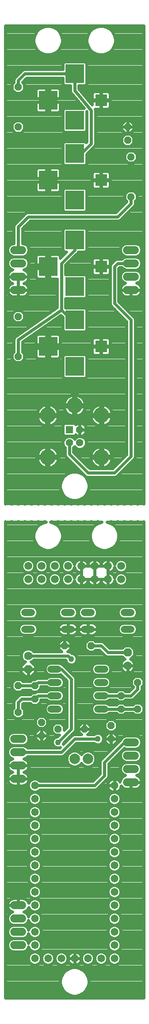
<source format=gbl>
G75*
%MOIN*%
%OFA0B0*%
%FSLAX25Y25*%
%IPPOS*%
%LPD*%
%AMOC8*
5,1,8,0,0,1.08239X$1,22.5*
%
%ADD10R,0.09000X0.09000*%
%ADD11R,0.14000X0.14000*%
%ADD12OC8,0.05200*%
%ADD13C,0.06000*%
%ADD14C,0.05937*%
%ADD15OC8,0.06300*%
%ADD16C,0.06300*%
%ADD17C,0.05200*%
%ADD18C,0.05800*%
%ADD19C,0.11811*%
%ADD20C,0.05622*%
%ADD21R,0.05622X0.05622*%
%ADD22C,0.07874*%
%ADD23C,0.02400*%
%ADD24C,0.04356*%
D10*
X0086800Y0506800D03*
X0086800Y0566800D03*
X0086800Y0631800D03*
X0086800Y0691800D03*
D11*
X0066800Y0676800D03*
X0066800Y0651800D03*
X0066800Y0616800D03*
X0066800Y0586800D03*
X0066800Y0551800D03*
X0066800Y0526800D03*
X0066800Y0491800D03*
X0046800Y0506800D03*
X0046800Y0566800D03*
X0046800Y0631800D03*
X0046800Y0691800D03*
X0066800Y0711800D03*
D12*
X0106800Y0671800D03*
X0106800Y0661800D03*
X0109300Y0649300D03*
X0109300Y0619300D03*
X0079300Y0281800D03*
X0074300Y0219300D03*
X0059300Y0281800D03*
X0054300Y0219300D03*
X0041800Y0214300D03*
X0041800Y0224300D03*
X0036800Y0241800D03*
X0036800Y0251800D03*
X0024300Y0251800D03*
X0024300Y0231800D03*
X0024300Y0499300D03*
X0024300Y0529300D03*
X0024300Y0671800D03*
X0024300Y0701800D03*
X0101800Y0244300D03*
X0101800Y0234300D03*
X0094300Y0221800D03*
X0094300Y0211800D03*
X0114300Y0234300D03*
X0114300Y0254300D03*
D13*
X0112300Y0209300D02*
X0106300Y0209300D01*
X0106300Y0199300D02*
X0112300Y0199300D01*
X0112300Y0189300D02*
X0106300Y0189300D01*
X0106300Y0179300D02*
X0112300Y0179300D01*
X0112300Y0549300D02*
X0106300Y0549300D01*
X0106300Y0559300D02*
X0112300Y0559300D01*
X0112300Y0569300D02*
X0106300Y0569300D01*
X0106300Y0579300D02*
X0112300Y0579300D01*
X0027300Y0579300D02*
X0021300Y0579300D01*
X0021300Y0569300D02*
X0027300Y0569300D01*
X0027300Y0559300D02*
X0021300Y0559300D01*
X0021300Y0549300D02*
X0027300Y0549300D01*
X0027300Y0211800D02*
X0021300Y0211800D01*
X0021300Y0201800D02*
X0027300Y0201800D01*
X0027300Y0191800D02*
X0021300Y0191800D01*
X0021300Y0181800D02*
X0027300Y0181800D01*
X0027300Y0086800D02*
X0021300Y0086800D01*
X0021300Y0076800D02*
X0027300Y0076800D01*
X0027300Y0066800D02*
X0021300Y0066800D01*
X0021300Y0056800D02*
X0027300Y0056800D01*
D14*
X0031800Y0331800D03*
X0031800Y0341800D03*
X0041800Y0341800D03*
X0041800Y0331800D03*
X0051800Y0331800D03*
X0051800Y0341800D03*
X0061800Y0341800D03*
X0061800Y0331800D03*
X0071800Y0331800D03*
X0071800Y0341800D03*
X0081800Y0341800D03*
X0081800Y0331800D03*
X0091800Y0331800D03*
X0091800Y0341800D03*
X0101800Y0341800D03*
X0101800Y0331800D03*
D15*
X0106800Y0276800D03*
X0031800Y0264300D03*
D16*
X0031800Y0274300D03*
X0106800Y0266800D03*
D17*
X0104200Y0294300D02*
X0109400Y0294300D01*
X0109400Y0306800D02*
X0104200Y0306800D01*
X0089500Y0264300D02*
X0084300Y0264300D01*
X0084300Y0254300D02*
X0089500Y0254300D01*
X0089500Y0244300D02*
X0084300Y0244300D01*
X0084300Y0234300D02*
X0089500Y0234300D01*
X0079400Y0294300D02*
X0074200Y0294300D01*
X0074200Y0306800D02*
X0079400Y0306800D01*
X0064400Y0306800D02*
X0059200Y0306800D01*
X0059200Y0294300D02*
X0064400Y0294300D01*
X0054300Y0264300D02*
X0049100Y0264300D01*
X0049100Y0254300D02*
X0054300Y0254300D01*
X0054300Y0244300D02*
X0049100Y0244300D01*
X0049100Y0234300D02*
X0054300Y0234300D01*
X0034400Y0294300D02*
X0029200Y0294300D01*
X0029200Y0306800D02*
X0034400Y0306800D01*
D18*
X0036800Y0176800D03*
X0036800Y0166800D03*
X0036800Y0156800D03*
X0036800Y0146800D03*
X0036800Y0136800D03*
X0036800Y0126800D03*
X0036800Y0116800D03*
X0036800Y0106800D03*
X0036800Y0096800D03*
X0036800Y0086800D03*
X0036800Y0076800D03*
X0036800Y0066800D03*
X0036800Y0056800D03*
X0036800Y0046800D03*
X0046800Y0046800D03*
X0056800Y0046800D03*
X0066800Y0046800D03*
X0076800Y0046800D03*
X0086800Y0046800D03*
X0096800Y0046800D03*
X0096800Y0056800D03*
X0096800Y0066800D03*
X0096800Y0076800D03*
X0096800Y0086800D03*
X0096800Y0096800D03*
X0096800Y0106800D03*
X0096800Y0116800D03*
X0096800Y0126800D03*
X0096800Y0136800D03*
X0096800Y0146800D03*
X0096800Y0156800D03*
X0096800Y0166800D03*
X0096800Y0176800D03*
D19*
X0087076Y0423552D03*
X0087076Y0455048D03*
X0066800Y0462331D03*
X0046524Y0455048D03*
X0046524Y0423552D03*
D20*
X0062863Y0434379D03*
X0070737Y0434379D03*
X0070737Y0444221D03*
D21*
X0062863Y0444221D03*
D22*
X0066800Y0196800D03*
X0076800Y0196800D03*
D23*
X0014500Y0375207D02*
X0014500Y0017000D01*
X0119021Y0017000D01*
X0119021Y0375174D01*
X0118187Y0374828D01*
X0115413Y0374828D01*
X0114300Y0375289D01*
X0113187Y0374828D01*
X0110413Y0374828D01*
X0109300Y0375289D01*
X0108187Y0374828D01*
X0105413Y0374828D01*
X0104300Y0375289D01*
X0103187Y0374828D01*
X0100413Y0374828D01*
X0099300Y0375289D01*
X0098187Y0374828D01*
X0095413Y0374828D01*
X0094300Y0375289D01*
X0093187Y0374828D01*
X0091395Y0374828D01*
X0093435Y0374282D01*
X0095877Y0372872D01*
X0097872Y0370877D01*
X0099282Y0368435D01*
X0100012Y0365710D01*
X0100012Y0362890D01*
X0099282Y0360165D01*
X0097872Y0357723D01*
X0095877Y0355728D01*
X0093435Y0354318D01*
X0090710Y0353588D01*
X0087890Y0353588D01*
X0085165Y0354318D01*
X0082723Y0355728D01*
X0080728Y0357723D01*
X0079318Y0360165D01*
X0078588Y0362890D01*
X0078588Y0365710D01*
X0079318Y0368435D01*
X0080728Y0370877D01*
X0082723Y0372872D01*
X0085165Y0374282D01*
X0087205Y0374828D01*
X0085413Y0374828D01*
X0084300Y0375289D01*
X0083187Y0374828D01*
X0080413Y0374828D01*
X0079300Y0375289D01*
X0078187Y0374828D01*
X0075413Y0374828D01*
X0074300Y0375289D01*
X0073187Y0374828D01*
X0070413Y0374828D01*
X0069300Y0375289D01*
X0068187Y0374828D01*
X0065413Y0374828D01*
X0064300Y0375289D01*
X0063187Y0374828D01*
X0060413Y0374828D01*
X0059300Y0375289D01*
X0058187Y0374828D01*
X0055413Y0374828D01*
X0054300Y0375289D01*
X0053187Y0374828D01*
X0050413Y0374828D01*
X0049300Y0375289D01*
X0048465Y0374944D01*
X0050935Y0374282D01*
X0053377Y0372872D01*
X0055372Y0370877D01*
X0056782Y0368435D01*
X0057512Y0365710D01*
X0057512Y0362890D01*
X0056782Y0360165D01*
X0055372Y0357723D01*
X0053377Y0355728D01*
X0050935Y0354318D01*
X0048210Y0353588D01*
X0045390Y0353588D01*
X0042665Y0354318D01*
X0040223Y0355728D01*
X0038228Y0357723D01*
X0036818Y0360165D01*
X0036088Y0362890D01*
X0036088Y0365710D01*
X0036818Y0368435D01*
X0038228Y0370877D01*
X0040223Y0372872D01*
X0042665Y0374282D01*
X0045135Y0374944D01*
X0044300Y0375289D01*
X0043187Y0374828D01*
X0040413Y0374828D01*
X0039300Y0375289D01*
X0038187Y0374828D01*
X0035413Y0374828D01*
X0034300Y0375289D01*
X0033187Y0374828D01*
X0030413Y0374828D01*
X0029300Y0375289D01*
X0028187Y0374828D01*
X0025413Y0374828D01*
X0024300Y0375289D01*
X0023187Y0374828D01*
X0020413Y0374828D01*
X0019300Y0375289D01*
X0018187Y0374828D01*
X0015413Y0374828D01*
X0014500Y0375207D01*
X0014500Y0373975D02*
X0042134Y0373975D01*
X0038928Y0371577D02*
X0014500Y0371577D01*
X0014500Y0369178D02*
X0037248Y0369178D01*
X0036375Y0366780D02*
X0014500Y0366780D01*
X0014500Y0364381D02*
X0036088Y0364381D01*
X0036331Y0361983D02*
X0014500Y0361983D01*
X0014500Y0359584D02*
X0037154Y0359584D01*
X0038766Y0357186D02*
X0014500Y0357186D01*
X0014500Y0354787D02*
X0041853Y0354787D01*
X0042788Y0346768D02*
X0040812Y0346768D01*
X0038986Y0346012D01*
X0037588Y0344614D01*
X0036831Y0342788D01*
X0036831Y0340812D01*
X0037588Y0338986D01*
X0038986Y0337588D01*
X0040812Y0336831D01*
X0042788Y0336831D01*
X0044614Y0337588D01*
X0046012Y0338986D01*
X0046768Y0340812D01*
X0046768Y0342788D01*
X0046012Y0344614D01*
X0044614Y0346012D01*
X0042788Y0346768D01*
X0042788Y0336768D02*
X0040812Y0336768D01*
X0038986Y0336012D01*
X0037588Y0334614D01*
X0036831Y0332788D01*
X0036831Y0330812D01*
X0037588Y0328986D01*
X0038986Y0327588D01*
X0040812Y0326831D01*
X0042788Y0326831D01*
X0044614Y0327588D01*
X0046012Y0328986D01*
X0046768Y0330812D01*
X0046768Y0332788D01*
X0046012Y0334614D01*
X0044614Y0336012D01*
X0042788Y0336768D01*
X0045027Y0335599D02*
X0048573Y0335599D01*
X0048986Y0336012D02*
X0047588Y0334614D01*
X0046831Y0332788D01*
X0046831Y0330812D01*
X0047588Y0328986D01*
X0048986Y0327588D01*
X0050812Y0326831D01*
X0052788Y0326831D01*
X0054614Y0327588D01*
X0056012Y0328986D01*
X0056768Y0330812D01*
X0056768Y0332788D01*
X0056012Y0334614D01*
X0054614Y0336012D01*
X0052788Y0336768D01*
X0050812Y0336768D01*
X0048986Y0336012D01*
X0048986Y0337588D02*
X0050812Y0336831D01*
X0052788Y0336831D01*
X0054614Y0337588D01*
X0056012Y0338986D01*
X0056768Y0340812D01*
X0056768Y0342788D01*
X0056012Y0344614D01*
X0054614Y0346012D01*
X0052788Y0346768D01*
X0050812Y0346768D01*
X0048986Y0346012D01*
X0047588Y0344614D01*
X0046831Y0342788D01*
X0046831Y0340812D01*
X0047588Y0338986D01*
X0048986Y0337588D01*
X0048576Y0337998D02*
X0045024Y0337998D01*
X0046596Y0340396D02*
X0047004Y0340396D01*
X0046834Y0342795D02*
X0046766Y0342795D01*
X0045433Y0345193D02*
X0048167Y0345193D01*
X0047002Y0333201D02*
X0046598Y0333201D01*
X0046764Y0330802D02*
X0046835Y0330802D01*
X0048170Y0328403D02*
X0045430Y0328403D01*
X0038170Y0328403D02*
X0035430Y0328403D01*
X0036012Y0328986D02*
X0036768Y0330812D01*
X0036768Y0332788D01*
X0036012Y0334614D01*
X0034614Y0336012D01*
X0032788Y0336768D01*
X0030812Y0336768D01*
X0028986Y0336012D01*
X0027588Y0334614D01*
X0026831Y0332788D01*
X0026831Y0330812D01*
X0027588Y0328986D01*
X0028986Y0327588D01*
X0030812Y0326831D01*
X0032788Y0326831D01*
X0034614Y0327588D01*
X0036012Y0328986D01*
X0036764Y0330802D02*
X0036835Y0330802D01*
X0037002Y0333201D02*
X0036598Y0333201D01*
X0035027Y0335599D02*
X0038573Y0335599D01*
X0038576Y0337998D02*
X0035024Y0337998D01*
X0034614Y0337588D02*
X0036012Y0338986D01*
X0036768Y0340812D01*
X0036768Y0342788D01*
X0036012Y0344614D01*
X0034614Y0346012D01*
X0032788Y0346768D01*
X0030812Y0346768D01*
X0028986Y0346012D01*
X0027588Y0344614D01*
X0026831Y0342788D01*
X0026831Y0340812D01*
X0027588Y0338986D01*
X0028986Y0337588D01*
X0030812Y0336831D01*
X0032788Y0336831D01*
X0034614Y0337588D01*
X0036596Y0340396D02*
X0037004Y0340396D01*
X0036834Y0342795D02*
X0036766Y0342795D01*
X0035433Y0345193D02*
X0038167Y0345193D01*
X0035315Y0311400D02*
X0037006Y0310700D01*
X0038300Y0309406D01*
X0039000Y0307715D01*
X0039000Y0305885D01*
X0038300Y0304194D01*
X0037006Y0302900D01*
X0035315Y0302200D01*
X0028285Y0302200D01*
X0026594Y0302900D01*
X0025300Y0304194D01*
X0024600Y0305885D01*
X0024600Y0307715D01*
X0025300Y0309406D01*
X0026594Y0310700D01*
X0028285Y0311400D01*
X0035315Y0311400D01*
X0035315Y0298900D02*
X0037006Y0298200D01*
X0038300Y0296906D01*
X0039000Y0295215D01*
X0039000Y0293385D01*
X0038300Y0291694D01*
X0037006Y0290400D01*
X0035315Y0289700D01*
X0028285Y0289700D01*
X0026594Y0290400D01*
X0025300Y0291694D01*
X0024600Y0293385D01*
X0024600Y0295215D01*
X0025300Y0296906D01*
X0026594Y0298200D01*
X0028285Y0298900D01*
X0035315Y0298900D01*
X0037983Y0297223D02*
X0055390Y0297223D01*
X0055539Y0297427D02*
X0055095Y0296816D01*
X0054752Y0296143D01*
X0054518Y0295424D01*
X0054400Y0294678D01*
X0054400Y0294300D01*
X0061800Y0294300D01*
X0061800Y0294300D01*
X0061800Y0299100D01*
X0064778Y0299100D01*
X0065524Y0298982D01*
X0066243Y0298748D01*
X0066916Y0298405D01*
X0067527Y0297961D01*
X0068061Y0297427D01*
X0068505Y0296816D01*
X0068848Y0296143D01*
X0069082Y0295424D01*
X0069200Y0294678D01*
X0069200Y0294300D01*
X0061800Y0294300D01*
X0061800Y0294300D01*
X0061800Y0289500D01*
X0064778Y0289500D01*
X0065524Y0289618D01*
X0066243Y0289852D01*
X0066916Y0290195D01*
X0067527Y0290639D01*
X0068061Y0291173D01*
X0068505Y0291784D01*
X0068848Y0292457D01*
X0069082Y0293176D01*
X0069200Y0293922D01*
X0069200Y0294300D01*
X0061800Y0294300D01*
X0061800Y0294300D01*
X0061800Y0294300D01*
X0061800Y0299100D01*
X0058822Y0299100D01*
X0058076Y0298982D01*
X0057357Y0298748D01*
X0056684Y0298405D01*
X0056073Y0297961D01*
X0055539Y0297427D01*
X0054423Y0294824D02*
X0039000Y0294824D01*
X0038603Y0292426D02*
X0054768Y0292426D01*
X0054752Y0292457D02*
X0055095Y0291784D01*
X0055539Y0291173D01*
X0056073Y0290639D01*
X0056684Y0290195D01*
X0057357Y0289852D01*
X0058076Y0289618D01*
X0058822Y0289500D01*
X0061800Y0289500D01*
X0061800Y0294300D01*
X0054400Y0294300D01*
X0054400Y0293922D01*
X0054518Y0293176D01*
X0054752Y0292457D01*
X0057013Y0290027D02*
X0036105Y0290027D01*
X0032824Y0279450D02*
X0034717Y0278666D01*
X0035883Y0277500D01*
X0056812Y0277500D01*
X0054500Y0279812D01*
X0054500Y0281800D01*
X0059300Y0281800D01*
X0059300Y0281800D01*
X0059300Y0286600D01*
X0061288Y0286600D01*
X0064100Y0283788D01*
X0064100Y0281800D01*
X0059300Y0281800D01*
X0059300Y0281800D01*
X0059300Y0281800D01*
X0059300Y0286600D01*
X0057312Y0286600D01*
X0054500Y0283788D01*
X0054500Y0281800D01*
X0059300Y0281800D01*
X0064100Y0281800D01*
X0064100Y0279812D01*
X0061788Y0277500D01*
X0062437Y0277500D01*
X0063613Y0277013D01*
X0064513Y0276113D01*
X0064513Y0276113D01*
X0064648Y0275978D01*
X0065131Y0275978D01*
X0066667Y0275342D01*
X0067842Y0274167D01*
X0068478Y0272631D01*
X0068478Y0270969D01*
X0067842Y0269433D01*
X0066667Y0268258D01*
X0065131Y0267622D01*
X0063469Y0267622D01*
X0061933Y0268258D01*
X0060758Y0269433D01*
X0060122Y0270969D01*
X0060122Y0271100D01*
X0035883Y0271100D01*
X0034717Y0269934D01*
X0034021Y0269645D01*
X0037150Y0266516D01*
X0037150Y0264300D01*
X0031800Y0264300D01*
X0031800Y0264300D01*
X0031800Y0264300D01*
X0026450Y0264300D01*
X0026450Y0266516D01*
X0029579Y0269645D01*
X0028883Y0269934D01*
X0027434Y0271383D01*
X0026650Y0273276D01*
X0026650Y0275324D01*
X0027434Y0277217D01*
X0028883Y0278666D01*
X0030776Y0279450D01*
X0032824Y0279450D01*
X0035348Y0278035D02*
X0056277Y0278035D01*
X0054500Y0280433D02*
X0014500Y0280433D01*
X0014500Y0278035D02*
X0028252Y0278035D01*
X0026779Y0275636D02*
X0014500Y0275636D01*
X0014500Y0273238D02*
X0026666Y0273238D01*
X0027978Y0270839D02*
X0014500Y0270839D01*
X0014500Y0268441D02*
X0028375Y0268441D01*
X0026450Y0266042D02*
X0014500Y0266042D01*
X0014500Y0263644D02*
X0026450Y0263644D01*
X0026450Y0264300D02*
X0026450Y0262084D01*
X0029584Y0258950D01*
X0031800Y0258950D01*
X0034016Y0258950D01*
X0037150Y0262084D01*
X0037150Y0264300D01*
X0031800Y0264300D01*
X0031800Y0258950D01*
X0031800Y0264300D01*
X0031800Y0264300D01*
X0026450Y0264300D01*
X0027289Y0261245D02*
X0014500Y0261245D01*
X0014500Y0258847D02*
X0048056Y0258847D01*
X0048185Y0258900D02*
X0046494Y0258200D01*
X0045795Y0257500D01*
X0038663Y0257500D01*
X0037487Y0257013D01*
X0036875Y0256400D01*
X0034895Y0256400D01*
X0033495Y0255000D01*
X0027605Y0255000D01*
X0026205Y0256400D01*
X0022395Y0256400D01*
X0019700Y0253705D01*
X0019700Y0249895D01*
X0022395Y0247200D01*
X0026205Y0247200D01*
X0027605Y0248600D01*
X0033495Y0248600D01*
X0034895Y0247200D01*
X0037939Y0247200D01*
X0037487Y0247013D01*
X0036875Y0246400D01*
X0034895Y0246400D01*
X0033495Y0245000D01*
X0026163Y0245000D01*
X0024987Y0244513D01*
X0024087Y0243613D01*
X0021587Y0241113D01*
X0021100Y0239937D01*
X0021100Y0235105D01*
X0019700Y0233705D01*
X0019700Y0229895D01*
X0022395Y0227200D01*
X0026205Y0227200D01*
X0028900Y0229895D01*
X0028900Y0233705D01*
X0027500Y0235105D01*
X0027500Y0237975D01*
X0028125Y0238600D01*
X0033495Y0238600D01*
X0034895Y0237200D01*
X0038705Y0237200D01*
X0041400Y0239895D01*
X0041400Y0241100D01*
X0045795Y0241100D01*
X0046494Y0240400D01*
X0048185Y0239700D01*
X0055215Y0239700D01*
X0056906Y0240400D01*
X0058200Y0241694D01*
X0058900Y0243385D01*
X0058900Y0245215D01*
X0058200Y0246906D01*
X0056906Y0248200D01*
X0055215Y0248900D01*
X0048185Y0248900D01*
X0046494Y0248200D01*
X0045795Y0247500D01*
X0039005Y0247500D01*
X0041400Y0249895D01*
X0041400Y0251100D01*
X0045795Y0251100D01*
X0046494Y0250400D01*
X0048185Y0249700D01*
X0055215Y0249700D01*
X0056906Y0250400D01*
X0058200Y0251694D01*
X0058900Y0253385D01*
X0058900Y0255215D01*
X0058200Y0256906D01*
X0056906Y0258200D01*
X0055215Y0258900D01*
X0048185Y0258900D01*
X0048185Y0259700D02*
X0046494Y0260400D01*
X0045200Y0261694D01*
X0044500Y0263385D01*
X0044500Y0265215D01*
X0045200Y0266906D01*
X0046494Y0268200D01*
X0048185Y0268900D01*
X0055215Y0268900D01*
X0056906Y0268200D01*
X0057725Y0267381D01*
X0058613Y0267013D01*
X0066113Y0259513D01*
X0067013Y0258613D01*
X0067500Y0257437D01*
X0067500Y0218663D01*
X0067013Y0217487D01*
X0058478Y0208952D01*
X0058478Y0208469D01*
X0058149Y0207674D01*
X0064087Y0213613D01*
X0064987Y0214513D01*
X0066163Y0215000D01*
X0071812Y0215000D01*
X0069500Y0217312D01*
X0069500Y0219300D01*
X0074300Y0219300D01*
X0074300Y0219300D01*
X0074300Y0224100D01*
X0076288Y0224100D01*
X0079100Y0221288D01*
X0079100Y0219300D01*
X0074300Y0219300D01*
X0074300Y0219300D01*
X0074300Y0219300D01*
X0074300Y0224100D01*
X0072312Y0224100D01*
X0069500Y0221288D01*
X0069500Y0219300D01*
X0074300Y0219300D01*
X0079100Y0219300D01*
X0079100Y0217312D01*
X0076788Y0215000D01*
X0081591Y0215000D01*
X0081933Y0215342D01*
X0083469Y0215978D01*
X0085131Y0215978D01*
X0086667Y0215342D01*
X0087842Y0214167D01*
X0088478Y0212631D01*
X0088478Y0210969D01*
X0087842Y0209433D01*
X0086667Y0208258D01*
X0085131Y0207622D01*
X0083469Y0207622D01*
X0081933Y0208258D01*
X0081591Y0208600D01*
X0068125Y0208600D01*
X0058613Y0199087D01*
X0057437Y0198600D01*
X0031171Y0198600D01*
X0030132Y0197561D01*
X0028482Y0196878D01*
X0028518Y0196872D01*
X0029296Y0196619D01*
X0030025Y0196247D01*
X0030688Y0195766D01*
X0031266Y0195188D01*
X0031747Y0194525D01*
X0032119Y0193796D01*
X0032372Y0193018D01*
X0032500Y0192209D01*
X0032500Y0191800D01*
X0024300Y0191800D01*
X0024300Y0191800D01*
X0032500Y0191800D01*
X0032500Y0191391D01*
X0032372Y0190582D01*
X0032119Y0189804D01*
X0031747Y0189075D01*
X0031266Y0188412D01*
X0030688Y0187834D01*
X0030025Y0187353D01*
X0029296Y0186981D01*
X0028739Y0186800D01*
X0029296Y0186619D01*
X0030025Y0186247D01*
X0030688Y0185766D01*
X0031266Y0185188D01*
X0031747Y0184525D01*
X0032119Y0183796D01*
X0032372Y0183018D01*
X0032500Y0182209D01*
X0032500Y0181800D01*
X0024300Y0181800D01*
X0024300Y0181800D01*
X0024300Y0181800D01*
X0024300Y0191800D01*
X0024300Y0191800D01*
X0016100Y0191800D01*
X0016100Y0192209D01*
X0016228Y0193018D01*
X0016481Y0193796D01*
X0016853Y0194525D01*
X0017334Y0195188D01*
X0017912Y0195766D01*
X0018575Y0196247D01*
X0019304Y0196619D01*
X0020082Y0196872D01*
X0020118Y0196878D01*
X0018468Y0197561D01*
X0017061Y0198968D01*
X0016300Y0200805D01*
X0016300Y0202795D01*
X0017061Y0204632D01*
X0018468Y0206039D01*
X0020305Y0206800D01*
X0028295Y0206800D01*
X0030132Y0206039D01*
X0031171Y0205000D01*
X0055475Y0205000D01*
X0055926Y0205451D01*
X0055131Y0205122D01*
X0053469Y0205122D01*
X0051933Y0205758D01*
X0050758Y0206933D01*
X0050122Y0208469D01*
X0050122Y0210131D01*
X0050758Y0211667D01*
X0051933Y0212842D01*
X0053469Y0213478D01*
X0053952Y0213478D01*
X0055175Y0214700D01*
X0052395Y0214700D01*
X0049700Y0217395D01*
X0049700Y0221205D01*
X0052395Y0223900D01*
X0056205Y0223900D01*
X0058900Y0221205D01*
X0058900Y0218425D01*
X0061100Y0220625D01*
X0061100Y0255475D01*
X0056388Y0260186D01*
X0055215Y0259700D01*
X0048185Y0259700D01*
X0047076Y0268441D02*
X0035225Y0268441D01*
X0035622Y0270839D02*
X0060176Y0270839D01*
X0061751Y0268441D02*
X0056324Y0268441D01*
X0056800Y0264300D02*
X0064300Y0256800D01*
X0064300Y0219300D01*
X0054300Y0209300D01*
X0052979Y0213275D02*
X0046600Y0213275D01*
X0046600Y0212312D02*
X0046600Y0214300D01*
X0046600Y0216288D01*
X0043788Y0219100D01*
X0041800Y0219100D01*
X0041800Y0214300D01*
X0041800Y0214300D01*
X0046600Y0214300D01*
X0041800Y0214300D01*
X0041800Y0214300D01*
X0041800Y0214300D01*
X0037000Y0214300D01*
X0037000Y0216288D01*
X0039812Y0219100D01*
X0041800Y0219100D01*
X0041800Y0214300D01*
X0041800Y0209500D01*
X0043788Y0209500D01*
X0046600Y0212312D01*
X0045165Y0210876D02*
X0050431Y0210876D01*
X0050122Y0208478D02*
X0031049Y0208478D01*
X0031539Y0208968D02*
X0030132Y0207561D01*
X0028295Y0206800D01*
X0020305Y0206800D01*
X0018468Y0207561D01*
X0017061Y0208968D01*
X0016300Y0210805D01*
X0016300Y0212795D01*
X0017061Y0214632D01*
X0018468Y0216039D01*
X0020305Y0216800D01*
X0028295Y0216800D01*
X0030132Y0216039D01*
X0031539Y0214632D01*
X0032300Y0212795D01*
X0032300Y0210805D01*
X0031539Y0208968D01*
X0032300Y0210876D02*
X0038435Y0210876D01*
X0039812Y0209500D02*
X0037000Y0212312D01*
X0037000Y0214300D01*
X0041800Y0214300D01*
X0041800Y0214300D01*
X0041800Y0209500D01*
X0039812Y0209500D01*
X0041800Y0210876D02*
X0041800Y0210876D01*
X0041800Y0213275D02*
X0041800Y0213275D01*
X0041800Y0215673D02*
X0041800Y0215673D01*
X0041800Y0218072D02*
X0041800Y0218072D01*
X0039895Y0219700D02*
X0043705Y0219700D01*
X0046400Y0222395D01*
X0046400Y0226205D01*
X0043705Y0228900D01*
X0039895Y0228900D01*
X0037200Y0226205D01*
X0037200Y0222395D01*
X0039895Y0219700D01*
X0039124Y0220470D02*
X0014500Y0220470D01*
X0014500Y0218072D02*
X0038784Y0218072D01*
X0037000Y0215673D02*
X0030498Y0215673D01*
X0032101Y0213275D02*
X0037000Y0213275D01*
X0037200Y0222869D02*
X0014500Y0222869D01*
X0014500Y0225268D02*
X0037200Y0225268D01*
X0038661Y0227666D02*
X0026671Y0227666D01*
X0027744Y0234862D02*
X0044500Y0234862D01*
X0044500Y0235215D02*
X0044500Y0233385D01*
X0045200Y0231694D01*
X0046494Y0230400D01*
X0048185Y0229700D01*
X0055215Y0229700D01*
X0056906Y0230400D01*
X0058200Y0231694D01*
X0058900Y0233385D01*
X0058900Y0235215D01*
X0058200Y0236906D01*
X0056906Y0238200D01*
X0055215Y0238900D01*
X0048185Y0238900D01*
X0046494Y0238200D01*
X0045200Y0236906D01*
X0044500Y0235215D01*
X0045555Y0237260D02*
X0038765Y0237260D01*
X0036800Y0241800D02*
X0039300Y0244300D01*
X0054300Y0244300D01*
X0054300Y0254300D02*
X0039300Y0254300D01*
X0036800Y0251800D01*
X0024300Y0251800D01*
X0024930Y0244456D02*
X0014500Y0244456D01*
X0014500Y0246854D02*
X0037329Y0246854D01*
X0036800Y0241800D02*
X0026800Y0241800D01*
X0024300Y0239300D01*
X0024300Y0231800D01*
X0021929Y0227666D02*
X0014500Y0227666D01*
X0014500Y0230065D02*
X0019700Y0230065D01*
X0019700Y0232463D02*
X0014500Y0232463D01*
X0014500Y0234862D02*
X0020856Y0234862D01*
X0021100Y0237260D02*
X0014500Y0237260D01*
X0014500Y0239659D02*
X0021100Y0239659D01*
X0022532Y0242057D02*
X0014500Y0242057D01*
X0014500Y0249253D02*
X0020342Y0249253D01*
X0019700Y0251651D02*
X0014500Y0251651D01*
X0014500Y0254050D02*
X0020044Y0254050D01*
X0014500Y0256448D02*
X0036923Y0256448D01*
X0036311Y0261245D02*
X0045649Y0261245D01*
X0044500Y0263644D02*
X0037150Y0263644D01*
X0037150Y0266042D02*
X0044843Y0266042D01*
X0040758Y0249253D02*
X0061100Y0249253D01*
X0061100Y0251651D02*
X0058157Y0251651D01*
X0058900Y0254050D02*
X0061100Y0254050D01*
X0060126Y0256448D02*
X0058389Y0256448D01*
X0057728Y0258847D02*
X0055344Y0258847D01*
X0054300Y0264300D02*
X0056800Y0264300D01*
X0059583Y0266042D02*
X0080043Y0266042D01*
X0079700Y0265215D02*
X0079700Y0263385D01*
X0080400Y0261694D01*
X0081694Y0260400D01*
X0083385Y0259700D01*
X0090415Y0259700D01*
X0092106Y0260400D01*
X0093400Y0261694D01*
X0094100Y0263385D01*
X0094100Y0265215D01*
X0093400Y0266906D01*
X0092106Y0268200D01*
X0090415Y0268900D01*
X0083385Y0268900D01*
X0081694Y0268200D01*
X0080400Y0266906D01*
X0079700Y0265215D01*
X0079700Y0263644D02*
X0061982Y0263644D01*
X0064300Y0271800D02*
X0061800Y0274300D01*
X0031800Y0274300D01*
X0031800Y0263644D02*
X0031800Y0263644D01*
X0031800Y0261245D02*
X0031800Y0261245D01*
X0034835Y0237260D02*
X0027500Y0237260D01*
X0028900Y0232463D02*
X0044882Y0232463D01*
X0044939Y0227666D02*
X0061100Y0227666D01*
X0061100Y0225268D02*
X0046400Y0225268D01*
X0046400Y0222869D02*
X0051364Y0222869D01*
X0049700Y0220470D02*
X0044476Y0220470D01*
X0044816Y0218072D02*
X0049700Y0218072D01*
X0051421Y0215673D02*
X0046600Y0215673D01*
X0047305Y0230065D02*
X0028900Y0230065D01*
X0030034Y0206079D02*
X0051612Y0206079D01*
X0056800Y0201800D02*
X0066800Y0211800D01*
X0084300Y0211800D01*
X0082734Y0215673D02*
X0077462Y0215673D01*
X0077519Y0222869D02*
X0089700Y0222869D01*
X0089700Y0223705D02*
X0089700Y0219895D01*
X0092395Y0217200D01*
X0096205Y0217200D01*
X0098900Y0219895D01*
X0098900Y0223705D01*
X0096205Y0226400D01*
X0092395Y0226400D01*
X0089700Y0223705D01*
X0089700Y0220470D02*
X0079100Y0220470D01*
X0079100Y0218072D02*
X0091523Y0218072D01*
X0092312Y0216600D02*
X0089500Y0213788D01*
X0089500Y0211800D01*
X0094300Y0211800D01*
X0094300Y0211800D01*
X0094300Y0216600D01*
X0096288Y0216600D01*
X0099100Y0213788D01*
X0099100Y0211800D01*
X0094300Y0211800D01*
X0094300Y0211800D01*
X0094300Y0211800D01*
X0094300Y0216600D01*
X0092312Y0216600D01*
X0091385Y0215673D02*
X0085866Y0215673D01*
X0088211Y0213275D02*
X0089500Y0213275D01*
X0089500Y0211800D02*
X0089500Y0209812D01*
X0092312Y0207000D01*
X0094300Y0207000D01*
X0096288Y0207000D01*
X0099100Y0209812D01*
X0099100Y0211800D01*
X0094300Y0211800D01*
X0094300Y0207000D01*
X0094300Y0211800D01*
X0094300Y0211800D01*
X0089500Y0211800D01*
X0089500Y0210876D02*
X0088440Y0210876D01*
X0086886Y0208478D02*
X0090834Y0208478D01*
X0091757Y0201282D02*
X0080714Y0201282D01*
X0080163Y0201833D02*
X0077981Y0202737D01*
X0075619Y0202737D01*
X0073437Y0201833D01*
X0071800Y0200196D01*
X0070163Y0201833D01*
X0067981Y0202737D01*
X0065619Y0202737D01*
X0063437Y0201833D01*
X0061767Y0200163D01*
X0060863Y0197981D01*
X0060863Y0195619D01*
X0061767Y0193437D01*
X0063437Y0191767D01*
X0065619Y0190863D01*
X0067981Y0190863D01*
X0070163Y0191767D01*
X0071800Y0193404D01*
X0073437Y0191767D01*
X0075619Y0190863D01*
X0077981Y0190863D01*
X0080163Y0191767D01*
X0081833Y0193437D01*
X0082737Y0195619D01*
X0082737Y0197981D01*
X0081833Y0200163D01*
X0080163Y0201833D01*
X0079974Y0191688D02*
X0086100Y0191688D01*
X0086100Y0189290D02*
X0031857Y0189290D01*
X0032500Y0191688D02*
X0063626Y0191688D01*
X0061498Y0194087D02*
X0031971Y0194087D01*
X0031764Y0184493D02*
X0084967Y0184493D01*
X0086100Y0185625D02*
X0086100Y0194937D01*
X0086587Y0196113D01*
X0101675Y0211201D01*
X0102061Y0212132D01*
X0103468Y0213539D01*
X0105305Y0214300D01*
X0113295Y0214300D01*
X0115132Y0213539D01*
X0116539Y0212132D01*
X0117300Y0210295D01*
X0117300Y0208305D01*
X0116539Y0206468D01*
X0115132Y0205061D01*
X0113295Y0204300D01*
X0115132Y0203539D01*
X0116539Y0202132D01*
X0117300Y0200295D01*
X0117300Y0198305D01*
X0116539Y0196468D01*
X0115132Y0195061D01*
X0113295Y0194300D01*
X0105305Y0194300D01*
X0103468Y0195061D01*
X0102061Y0196468D01*
X0101300Y0198305D01*
X0101300Y0200295D01*
X0102061Y0202132D01*
X0103468Y0203539D01*
X0105305Y0204300D01*
X0113295Y0204300D01*
X0105305Y0204300D01*
X0104259Y0204733D01*
X0092500Y0192975D01*
X0092500Y0183663D01*
X0092013Y0182487D01*
X0091113Y0181587D01*
X0083613Y0174087D01*
X0082437Y0173600D01*
X0040530Y0173600D01*
X0039576Y0172646D01*
X0037775Y0171900D01*
X0035825Y0171900D01*
X0034024Y0172646D01*
X0032646Y0174024D01*
X0031900Y0175825D01*
X0031900Y0177775D01*
X0032646Y0179576D01*
X0034024Y0180954D01*
X0035825Y0181700D01*
X0037775Y0181700D01*
X0039576Y0180954D01*
X0040530Y0180000D01*
X0080475Y0180000D01*
X0086100Y0185625D01*
X0086100Y0186891D02*
X0029020Y0186891D01*
X0031747Y0179075D02*
X0031266Y0178412D01*
X0030688Y0177834D01*
X0030025Y0177353D01*
X0029296Y0176981D01*
X0028518Y0176728D01*
X0027709Y0176600D01*
X0024300Y0176600D01*
X0024300Y0181800D01*
X0032500Y0181800D01*
X0032500Y0181391D01*
X0032372Y0180582D01*
X0032119Y0179804D01*
X0031747Y0179075D01*
X0032064Y0179696D02*
X0032766Y0179696D01*
X0032500Y0182094D02*
X0082569Y0182094D01*
X0081800Y0176800D02*
X0089300Y0184300D01*
X0089300Y0194300D01*
X0104300Y0209300D01*
X0109300Y0209300D01*
X0105305Y0194300D02*
X0103468Y0193539D01*
X0102061Y0192132D01*
X0101300Y0190295D01*
X0101300Y0188305D01*
X0102061Y0186468D01*
X0103468Y0185061D01*
X0105118Y0184378D01*
X0105082Y0184372D01*
X0104304Y0184119D01*
X0103575Y0183747D01*
X0102912Y0183266D01*
X0102334Y0182688D01*
X0101853Y0182025D01*
X0101481Y0181296D01*
X0101228Y0180518D01*
X0101100Y0179709D01*
X0101100Y0179558D01*
X0100690Y0180122D01*
X0100122Y0180690D01*
X0099473Y0181162D01*
X0098758Y0181526D01*
X0097994Y0181774D01*
X0097201Y0181900D01*
X0096800Y0181900D01*
X0096800Y0176800D01*
X0096800Y0176800D01*
X0096800Y0171700D01*
X0097201Y0171700D01*
X0097994Y0171826D01*
X0098758Y0172074D01*
X0099473Y0172438D01*
X0100122Y0172910D01*
X0100690Y0173478D01*
X0101162Y0174127D01*
X0101526Y0174842D01*
X0101774Y0175606D01*
X0101900Y0176399D01*
X0101900Y0176509D01*
X0102334Y0175912D01*
X0102912Y0175334D01*
X0103575Y0174853D01*
X0104304Y0174481D01*
X0105082Y0174228D01*
X0105891Y0174100D01*
X0109300Y0174100D01*
X0112709Y0174100D01*
X0113518Y0174228D01*
X0114296Y0174481D01*
X0115025Y0174853D01*
X0115688Y0175334D01*
X0116266Y0175912D01*
X0116747Y0176575D01*
X0117119Y0177304D01*
X0117372Y0178082D01*
X0117500Y0178891D01*
X0117500Y0179300D01*
X0117500Y0179709D01*
X0117372Y0180518D01*
X0117119Y0181296D01*
X0116747Y0182025D01*
X0116266Y0182688D01*
X0115688Y0183266D01*
X0115025Y0183747D01*
X0114296Y0184119D01*
X0113518Y0184372D01*
X0113482Y0184378D01*
X0115132Y0185061D01*
X0116539Y0186468D01*
X0117300Y0188305D01*
X0117300Y0190295D01*
X0116539Y0192132D01*
X0115132Y0193539D01*
X0113295Y0194300D01*
X0105305Y0194300D01*
X0104791Y0194087D02*
X0093612Y0194087D01*
X0092500Y0191688D02*
X0101877Y0191688D01*
X0101300Y0189290D02*
X0092500Y0189290D01*
X0092500Y0186891D02*
X0101886Y0186891D01*
X0101903Y0182094D02*
X0091620Y0182094D01*
X0093478Y0180690D02*
X0092910Y0180122D01*
X0092438Y0179473D01*
X0092074Y0178758D01*
X0091826Y0177994D01*
X0091700Y0177201D01*
X0091700Y0176800D01*
X0096800Y0176800D01*
X0096800Y0176800D01*
X0096800Y0176800D01*
X0096800Y0181900D01*
X0096399Y0181900D01*
X0095606Y0181774D01*
X0094842Y0181526D01*
X0094127Y0181162D01*
X0093478Y0180690D01*
X0092600Y0179696D02*
X0089221Y0179696D01*
X0086823Y0177297D02*
X0091715Y0177297D01*
X0091700Y0176800D02*
X0091700Y0176399D01*
X0091826Y0175606D01*
X0092074Y0174842D01*
X0092438Y0174127D01*
X0092910Y0173478D01*
X0093478Y0172910D01*
X0094127Y0172438D01*
X0094842Y0172074D01*
X0095606Y0171826D01*
X0096399Y0171700D01*
X0096800Y0171700D01*
X0096800Y0176800D01*
X0091700Y0176800D01*
X0092055Y0174899D02*
X0084424Y0174899D01*
X0081800Y0176800D02*
X0036800Y0176800D01*
X0039224Y0172500D02*
X0094041Y0172500D01*
X0094024Y0170954D02*
X0092646Y0169576D01*
X0091900Y0167775D01*
X0091900Y0165825D01*
X0092646Y0164024D01*
X0094024Y0162646D01*
X0095825Y0161900D01*
X0097775Y0161900D01*
X0099576Y0162646D01*
X0100954Y0164024D01*
X0101700Y0165825D01*
X0101700Y0167775D01*
X0100954Y0169576D01*
X0099576Y0170954D01*
X0097775Y0171700D01*
X0095825Y0171700D01*
X0094024Y0170954D01*
X0093172Y0170102D02*
X0040428Y0170102D01*
X0040954Y0169576D02*
X0039576Y0170954D01*
X0037775Y0171700D01*
X0035825Y0171700D01*
X0034024Y0170954D01*
X0032646Y0169576D01*
X0031900Y0167775D01*
X0031900Y0165825D01*
X0032646Y0164024D01*
X0034024Y0162646D01*
X0035825Y0161900D01*
X0037775Y0161900D01*
X0039576Y0162646D01*
X0040954Y0164024D01*
X0041700Y0165825D01*
X0041700Y0167775D01*
X0040954Y0169576D01*
X0041700Y0167703D02*
X0091900Y0167703D01*
X0092116Y0165305D02*
X0041484Y0165305D01*
X0039836Y0162906D02*
X0093764Y0162906D01*
X0094024Y0160954D02*
X0092646Y0159576D01*
X0091900Y0157775D01*
X0091900Y0155825D01*
X0092646Y0154024D01*
X0094024Y0152646D01*
X0095825Y0151900D01*
X0097775Y0151900D01*
X0099576Y0152646D01*
X0100954Y0154024D01*
X0101700Y0155825D01*
X0101700Y0157775D01*
X0100954Y0159576D01*
X0099576Y0160954D01*
X0097775Y0161700D01*
X0095825Y0161700D01*
X0094024Y0160954D01*
X0093578Y0160508D02*
X0040022Y0160508D01*
X0039576Y0160954D02*
X0037775Y0161700D01*
X0035825Y0161700D01*
X0034024Y0160954D01*
X0032646Y0159576D01*
X0031900Y0157775D01*
X0031900Y0155825D01*
X0032646Y0154024D01*
X0034024Y0152646D01*
X0035825Y0151900D01*
X0037775Y0151900D01*
X0039576Y0152646D01*
X0040954Y0154024D01*
X0041700Y0155825D01*
X0041700Y0157775D01*
X0040954Y0159576D01*
X0039576Y0160954D01*
X0041561Y0158109D02*
X0092039Y0158109D01*
X0091947Y0155711D02*
X0041652Y0155711D01*
X0040242Y0153312D02*
X0093358Y0153312D01*
X0094024Y0150954D02*
X0092646Y0149576D01*
X0091900Y0147775D01*
X0091900Y0145825D01*
X0092646Y0144024D01*
X0094024Y0142646D01*
X0095825Y0141900D01*
X0097775Y0141900D01*
X0099576Y0142646D01*
X0100954Y0144024D01*
X0101700Y0145825D01*
X0101700Y0147775D01*
X0100954Y0149576D01*
X0099576Y0150954D01*
X0097775Y0151700D01*
X0095825Y0151700D01*
X0094024Y0150954D01*
X0093984Y0150914D02*
X0039616Y0150914D01*
X0039576Y0150954D02*
X0037775Y0151700D01*
X0035825Y0151700D01*
X0034024Y0150954D01*
X0032646Y0149576D01*
X0031900Y0147775D01*
X0031900Y0145825D01*
X0032646Y0144024D01*
X0034024Y0142646D01*
X0035825Y0141900D01*
X0037775Y0141900D01*
X0039576Y0142646D01*
X0040954Y0144024D01*
X0041700Y0145825D01*
X0041700Y0147775D01*
X0040954Y0149576D01*
X0039576Y0150954D01*
X0041393Y0148515D02*
X0092207Y0148515D01*
X0091900Y0146117D02*
X0041700Y0146117D01*
X0040648Y0143718D02*
X0092952Y0143718D01*
X0094024Y0140954D02*
X0092646Y0139576D01*
X0091900Y0137775D01*
X0091900Y0135825D01*
X0092646Y0134024D01*
X0094024Y0132646D01*
X0095825Y0131900D01*
X0097775Y0131900D01*
X0099576Y0132646D01*
X0100954Y0134024D01*
X0101700Y0135825D01*
X0101700Y0137775D01*
X0100954Y0139576D01*
X0099576Y0140954D01*
X0097775Y0141700D01*
X0095825Y0141700D01*
X0094024Y0140954D01*
X0094907Y0141320D02*
X0038693Y0141320D01*
X0039576Y0140954D02*
X0037775Y0141700D01*
X0035825Y0141700D01*
X0034024Y0140954D01*
X0032646Y0139576D01*
X0031900Y0137775D01*
X0031900Y0135825D01*
X0032646Y0134024D01*
X0034024Y0132646D01*
X0035825Y0131900D01*
X0037775Y0131900D01*
X0039576Y0132646D01*
X0040954Y0134024D01*
X0041700Y0135825D01*
X0041700Y0137775D01*
X0040954Y0139576D01*
X0039576Y0140954D01*
X0041225Y0138921D02*
X0092375Y0138921D01*
X0091900Y0136523D02*
X0041700Y0136523D01*
X0040995Y0134124D02*
X0092605Y0134124D01*
X0094024Y0130954D02*
X0092646Y0129576D01*
X0091900Y0127775D01*
X0091900Y0125825D01*
X0092646Y0124024D01*
X0094024Y0122646D01*
X0095825Y0121900D01*
X0097775Y0121900D01*
X0099576Y0122646D01*
X0100954Y0124024D01*
X0101700Y0125825D01*
X0101700Y0127775D01*
X0100954Y0129576D01*
X0099576Y0130954D01*
X0097775Y0131700D01*
X0095825Y0131700D01*
X0094024Y0130954D01*
X0092543Y0129327D02*
X0041057Y0129327D01*
X0040954Y0129576D02*
X0039576Y0130954D01*
X0037775Y0131700D01*
X0035825Y0131700D01*
X0034024Y0130954D01*
X0032646Y0129576D01*
X0031900Y0127775D01*
X0031900Y0125825D01*
X0032646Y0124024D01*
X0034024Y0122646D01*
X0035825Y0121900D01*
X0037775Y0121900D01*
X0039576Y0122646D01*
X0040954Y0124024D01*
X0041700Y0125825D01*
X0041700Y0127775D01*
X0040954Y0129576D01*
X0041700Y0126929D02*
X0091900Y0126929D01*
X0092437Y0124530D02*
X0041163Y0124530D01*
X0039576Y0120954D02*
X0037775Y0121700D01*
X0035825Y0121700D01*
X0034024Y0120954D01*
X0032646Y0119576D01*
X0031900Y0117775D01*
X0031900Y0115825D01*
X0032646Y0114024D01*
X0034024Y0112646D01*
X0035825Y0111900D01*
X0037775Y0111900D01*
X0039576Y0112646D01*
X0040954Y0114024D01*
X0041700Y0115825D01*
X0041700Y0117775D01*
X0040954Y0119576D01*
X0039576Y0120954D01*
X0038334Y0122132D02*
X0095266Y0122132D01*
X0095825Y0121700D02*
X0094024Y0120954D01*
X0092646Y0119576D01*
X0091900Y0117775D01*
X0091900Y0115825D01*
X0092646Y0114024D01*
X0094024Y0112646D01*
X0095825Y0111900D01*
X0097775Y0111900D01*
X0099576Y0112646D01*
X0100954Y0114024D01*
X0101700Y0115825D01*
X0101700Y0117775D01*
X0100954Y0119576D01*
X0099576Y0120954D01*
X0097775Y0121700D01*
X0095825Y0121700D01*
X0094286Y0112537D02*
X0039314Y0112537D01*
X0039576Y0110954D02*
X0037775Y0111700D01*
X0035825Y0111700D01*
X0034024Y0110954D01*
X0032646Y0109576D01*
X0031900Y0107775D01*
X0031900Y0105825D01*
X0032646Y0104024D01*
X0034024Y0102646D01*
X0035825Y0101900D01*
X0037775Y0101900D01*
X0039576Y0102646D01*
X0040954Y0104024D01*
X0041700Y0105825D01*
X0041700Y0107775D01*
X0040954Y0109576D01*
X0039576Y0110954D01*
X0040391Y0110139D02*
X0093209Y0110139D01*
X0092646Y0109576D02*
X0091900Y0107775D01*
X0091900Y0105825D01*
X0092646Y0104024D01*
X0094024Y0102646D01*
X0095825Y0101900D01*
X0097775Y0101900D01*
X0099576Y0102646D01*
X0100954Y0104024D01*
X0101700Y0105825D01*
X0101700Y0107775D01*
X0100954Y0109576D01*
X0099576Y0110954D01*
X0097775Y0111700D01*
X0095825Y0111700D01*
X0094024Y0110954D01*
X0092646Y0109576D01*
X0091900Y0107740D02*
X0041700Y0107740D01*
X0041500Y0105342D02*
X0092100Y0105342D01*
X0093727Y0102943D02*
X0039873Y0102943D01*
X0039576Y0100954D02*
X0037775Y0101700D01*
X0035825Y0101700D01*
X0034024Y0100954D01*
X0032646Y0099576D01*
X0031900Y0097775D01*
X0031900Y0095825D01*
X0032646Y0094024D01*
X0034024Y0092646D01*
X0035825Y0091900D01*
X0037775Y0091900D01*
X0039576Y0092646D01*
X0040954Y0094024D01*
X0041700Y0095825D01*
X0041700Y0097775D01*
X0040954Y0099576D01*
X0039576Y0100954D01*
X0039985Y0100545D02*
X0093615Y0100545D01*
X0094024Y0100954D02*
X0092646Y0099576D01*
X0091900Y0097775D01*
X0091900Y0095825D01*
X0092646Y0094024D01*
X0094024Y0092646D01*
X0095825Y0091900D01*
X0097775Y0091900D01*
X0099576Y0092646D01*
X0100954Y0094024D01*
X0101700Y0095825D01*
X0101700Y0097775D01*
X0100954Y0099576D01*
X0099576Y0100954D01*
X0097775Y0101700D01*
X0095825Y0101700D01*
X0094024Y0100954D01*
X0093321Y0093349D02*
X0040279Y0093349D01*
X0039576Y0090954D02*
X0037775Y0091700D01*
X0035825Y0091700D01*
X0034024Y0090954D01*
X0032646Y0089576D01*
X0032209Y0088520D01*
X0032119Y0088796D01*
X0031747Y0089525D01*
X0031266Y0090188D01*
X0030688Y0090766D01*
X0030025Y0091247D01*
X0029296Y0091619D01*
X0028518Y0091872D01*
X0027709Y0092000D01*
X0024300Y0092000D01*
X0024300Y0086800D01*
X0024300Y0086800D01*
X0024300Y0092000D01*
X0020891Y0092000D01*
X0020082Y0091872D01*
X0019304Y0091619D01*
X0018575Y0091247D01*
X0017912Y0090766D01*
X0017334Y0090188D01*
X0016853Y0089525D01*
X0016481Y0088796D01*
X0016228Y0088018D01*
X0016100Y0087209D01*
X0016100Y0086800D01*
X0024300Y0086800D01*
X0024300Y0086800D01*
X0016100Y0086800D01*
X0016100Y0086391D01*
X0016228Y0085582D01*
X0016481Y0084804D01*
X0016853Y0084075D01*
X0017334Y0083412D01*
X0017912Y0082834D01*
X0018575Y0082353D01*
X0019304Y0081981D01*
X0020082Y0081728D01*
X0020118Y0081722D01*
X0018468Y0081039D01*
X0017061Y0079632D01*
X0016300Y0077795D01*
X0016300Y0075805D01*
X0017061Y0073968D01*
X0018468Y0072561D01*
X0020305Y0071800D01*
X0028295Y0071800D01*
X0030132Y0072561D01*
X0031539Y0073968D01*
X0032104Y0075333D01*
X0032646Y0074024D01*
X0034024Y0072646D01*
X0035825Y0071900D01*
X0037775Y0071900D01*
X0039576Y0072646D01*
X0040954Y0074024D01*
X0041700Y0075825D01*
X0041700Y0077775D01*
X0040954Y0079576D01*
X0039576Y0080954D01*
X0037775Y0081700D01*
X0035825Y0081700D01*
X0034024Y0080954D01*
X0032646Y0079576D01*
X0032104Y0078267D01*
X0031539Y0079632D01*
X0030132Y0081039D01*
X0028482Y0081722D01*
X0028518Y0081728D01*
X0029296Y0081981D01*
X0030025Y0082353D01*
X0030688Y0082834D01*
X0031266Y0083412D01*
X0031747Y0084075D01*
X0032119Y0084804D01*
X0032209Y0085080D01*
X0032646Y0084024D01*
X0034024Y0082646D01*
X0035825Y0081900D01*
X0037775Y0081900D01*
X0039576Y0082646D01*
X0040954Y0084024D01*
X0041700Y0085825D01*
X0041700Y0087775D01*
X0040954Y0089576D01*
X0039576Y0090954D01*
X0039579Y0090951D02*
X0094021Y0090951D01*
X0094024Y0090954D02*
X0092646Y0089576D01*
X0091900Y0087775D01*
X0091900Y0085825D01*
X0092646Y0084024D01*
X0094024Y0082646D01*
X0095825Y0081900D01*
X0097775Y0081900D01*
X0099576Y0082646D01*
X0100954Y0084024D01*
X0101700Y0085825D01*
X0101700Y0087775D01*
X0100954Y0089576D01*
X0099576Y0090954D01*
X0097775Y0091700D01*
X0095825Y0091700D01*
X0094024Y0090954D01*
X0092915Y0083755D02*
X0040685Y0083755D01*
X0041700Y0086154D02*
X0091900Y0086154D01*
X0092222Y0088552D02*
X0041378Y0088552D01*
X0041668Y0095748D02*
X0091932Y0095748D01*
X0092054Y0098146D02*
X0041546Y0098146D01*
X0038603Y0081357D02*
X0094997Y0081357D01*
X0095825Y0081700D02*
X0094024Y0080954D01*
X0092646Y0079576D01*
X0091900Y0077775D01*
X0091900Y0075825D01*
X0092646Y0074024D01*
X0094024Y0072646D01*
X0095825Y0071900D01*
X0097775Y0071900D01*
X0099576Y0072646D01*
X0100954Y0074024D01*
X0101700Y0075825D01*
X0101700Y0077775D01*
X0100954Y0079576D01*
X0099576Y0080954D01*
X0097775Y0081700D01*
X0095825Y0081700D01*
X0095825Y0071700D02*
X0094024Y0070954D01*
X0092646Y0069576D01*
X0091900Y0067775D01*
X0091900Y0065825D01*
X0092646Y0064024D01*
X0094024Y0062646D01*
X0095825Y0061900D01*
X0097775Y0061900D01*
X0099576Y0062646D01*
X0100954Y0064024D01*
X0101700Y0065825D01*
X0101700Y0067775D01*
X0100954Y0069576D01*
X0099576Y0070954D01*
X0097775Y0071700D01*
X0095825Y0071700D01*
X0095177Y0062169D02*
X0038423Y0062169D01*
X0037775Y0061900D02*
X0039576Y0062646D01*
X0040954Y0064024D01*
X0041700Y0065825D01*
X0041700Y0067775D01*
X0040954Y0069576D01*
X0039576Y0070954D01*
X0037775Y0071700D01*
X0035825Y0071700D01*
X0034024Y0070954D01*
X0032646Y0069576D01*
X0032104Y0068267D01*
X0031539Y0069632D01*
X0030132Y0071039D01*
X0028295Y0071800D01*
X0020305Y0071800D01*
X0018468Y0071039D01*
X0017061Y0069632D01*
X0016300Y0067795D01*
X0016300Y0065805D01*
X0017061Y0063968D01*
X0018468Y0062561D01*
X0020305Y0061800D01*
X0028295Y0061800D01*
X0030132Y0062561D01*
X0031539Y0063968D01*
X0032104Y0065333D01*
X0032646Y0064024D01*
X0034024Y0062646D01*
X0035825Y0061900D01*
X0037775Y0061900D01*
X0037775Y0061700D02*
X0035825Y0061700D01*
X0034024Y0060954D01*
X0032646Y0059576D01*
X0032104Y0058267D01*
X0031539Y0059632D01*
X0030132Y0061039D01*
X0028295Y0061800D01*
X0020305Y0061800D01*
X0018468Y0061039D01*
X0017061Y0059632D01*
X0016300Y0057795D01*
X0016300Y0055805D01*
X0017061Y0053968D01*
X0018468Y0052561D01*
X0020305Y0051800D01*
X0028295Y0051800D01*
X0030132Y0052561D01*
X0031539Y0053968D01*
X0032104Y0055333D01*
X0032646Y0054024D01*
X0034024Y0052646D01*
X0035825Y0051900D01*
X0037775Y0051900D01*
X0039576Y0052646D01*
X0040954Y0054024D01*
X0041700Y0055825D01*
X0041700Y0057775D01*
X0040954Y0059576D01*
X0039576Y0060954D01*
X0037775Y0061700D01*
X0035177Y0062169D02*
X0029185Y0062169D01*
X0028384Y0071763D02*
X0119021Y0071763D01*
X0119021Y0074161D02*
X0101011Y0074161D01*
X0101700Y0076560D02*
X0119021Y0076560D01*
X0119021Y0078958D02*
X0101210Y0078958D01*
X0100685Y0083755D02*
X0119021Y0083755D01*
X0119021Y0081357D02*
X0098603Y0081357D01*
X0099579Y0090951D02*
X0119021Y0090951D01*
X0119021Y0093349D02*
X0100279Y0093349D01*
X0101668Y0095748D02*
X0119021Y0095748D01*
X0119021Y0098146D02*
X0101546Y0098146D01*
X0099985Y0100545D02*
X0119021Y0100545D01*
X0119021Y0102943D02*
X0099873Y0102943D01*
X0101500Y0105342D02*
X0119021Y0105342D01*
X0119021Y0107740D02*
X0101700Y0107740D01*
X0100391Y0110139D02*
X0119021Y0110139D01*
X0119021Y0112537D02*
X0099314Y0112537D01*
X0098334Y0122132D02*
X0119021Y0122132D01*
X0119021Y0124530D02*
X0101163Y0124530D01*
X0101700Y0126929D02*
X0119021Y0126929D01*
X0119021Y0129327D02*
X0101057Y0129327D01*
X0100995Y0134124D02*
X0119021Y0134124D01*
X0119021Y0131726D02*
X0014500Y0131726D01*
X0014500Y0134124D02*
X0032605Y0134124D01*
X0031900Y0136523D02*
X0014500Y0136523D01*
X0014500Y0138921D02*
X0032375Y0138921D01*
X0032952Y0143718D02*
X0014500Y0143718D01*
X0014500Y0141320D02*
X0034907Y0141320D01*
X0033984Y0150914D02*
X0014500Y0150914D01*
X0014500Y0153312D02*
X0033358Y0153312D01*
X0031947Y0155711D02*
X0014500Y0155711D01*
X0014500Y0158109D02*
X0032039Y0158109D01*
X0033578Y0160508D02*
X0014500Y0160508D01*
X0014500Y0162906D02*
X0033764Y0162906D01*
X0032116Y0165305D02*
X0014500Y0165305D01*
X0014500Y0167703D02*
X0031900Y0167703D01*
X0033172Y0170102D02*
X0014500Y0170102D01*
X0014500Y0172500D02*
X0034376Y0172500D01*
X0032284Y0174899D02*
X0014500Y0174899D01*
X0014500Y0177297D02*
X0018683Y0177297D01*
X0018575Y0177353D02*
X0019304Y0176981D01*
X0020082Y0176728D01*
X0020891Y0176600D01*
X0024300Y0176600D01*
X0024300Y0181800D01*
X0024300Y0181800D01*
X0024300Y0181800D01*
X0016100Y0181800D01*
X0016100Y0182209D01*
X0016228Y0183018D01*
X0016481Y0183796D01*
X0016853Y0184525D01*
X0017334Y0185188D01*
X0017912Y0185766D01*
X0018575Y0186247D01*
X0019304Y0186619D01*
X0019861Y0186800D01*
X0019304Y0186981D01*
X0018575Y0187353D01*
X0017912Y0187834D01*
X0017334Y0188412D01*
X0016853Y0189075D01*
X0016481Y0189804D01*
X0016228Y0190582D01*
X0016100Y0191391D01*
X0016100Y0191800D01*
X0024300Y0191800D01*
X0024300Y0191800D01*
X0024300Y0186600D01*
X0024300Y0181800D01*
X0016100Y0181800D01*
X0016100Y0181391D01*
X0016228Y0180582D01*
X0016481Y0179804D01*
X0016853Y0179075D01*
X0017334Y0178412D01*
X0017912Y0177834D01*
X0018575Y0177353D01*
X0016536Y0179696D02*
X0014500Y0179696D01*
X0014500Y0182094D02*
X0016100Y0182094D01*
X0016836Y0184493D02*
X0014500Y0184493D01*
X0014500Y0186891D02*
X0019580Y0186891D01*
X0019042Y0196485D02*
X0014500Y0196485D01*
X0014500Y0194087D02*
X0016629Y0194087D01*
X0016100Y0191688D02*
X0014500Y0191688D01*
X0014500Y0189290D02*
X0016743Y0189290D01*
X0017145Y0198884D02*
X0014500Y0198884D01*
X0014500Y0201282D02*
X0016300Y0201282D01*
X0016667Y0203681D02*
X0014500Y0203681D01*
X0014500Y0206079D02*
X0018566Y0206079D01*
X0017551Y0208478D02*
X0014500Y0208478D01*
X0014500Y0210876D02*
X0016300Y0210876D01*
X0016499Y0213275D02*
X0014500Y0213275D01*
X0014500Y0215673D02*
X0018102Y0215673D01*
X0024300Y0201800D02*
X0056800Y0201800D01*
X0058122Y0198884D02*
X0061237Y0198884D01*
X0060863Y0196485D02*
X0029558Y0196485D01*
X0029917Y0177297D02*
X0031900Y0177297D01*
X0032207Y0148515D02*
X0014500Y0148515D01*
X0014500Y0146117D02*
X0031900Y0146117D01*
X0032543Y0129327D02*
X0014500Y0129327D01*
X0014500Y0126929D02*
X0031900Y0126929D01*
X0032437Y0124530D02*
X0014500Y0124530D01*
X0014500Y0122132D02*
X0035266Y0122132D01*
X0032803Y0119733D02*
X0014500Y0119733D01*
X0014500Y0117334D02*
X0031900Y0117334D01*
X0032268Y0114936D02*
X0014500Y0114936D01*
X0014500Y0112537D02*
X0034286Y0112537D01*
X0033209Y0110139D02*
X0014500Y0110139D01*
X0014500Y0107740D02*
X0031900Y0107740D01*
X0032100Y0105342D02*
X0014500Y0105342D01*
X0014500Y0102943D02*
X0033727Y0102943D01*
X0033615Y0100545D02*
X0014500Y0100545D01*
X0014500Y0098146D02*
X0032054Y0098146D01*
X0031932Y0095748D02*
X0014500Y0095748D01*
X0014500Y0093349D02*
X0033321Y0093349D01*
X0034021Y0090951D02*
X0030434Y0090951D01*
X0032198Y0088552D02*
X0032222Y0088552D01*
X0032915Y0083755D02*
X0031515Y0083755D01*
X0031818Y0078958D02*
X0032390Y0078958D01*
X0032589Y0074161D02*
X0031619Y0074161D01*
X0031650Y0069364D02*
X0032558Y0069364D01*
X0032421Y0064567D02*
X0031787Y0064567D01*
X0031401Y0059770D02*
X0032841Y0059770D01*
X0032253Y0054973D02*
X0031955Y0054973D01*
X0030146Y0052575D02*
X0034196Y0052575D01*
X0034024Y0050954D02*
X0032646Y0049576D01*
X0031900Y0047775D01*
X0031900Y0045825D01*
X0032646Y0044024D01*
X0034024Y0042646D01*
X0035825Y0041900D01*
X0037775Y0041900D01*
X0039576Y0042646D01*
X0040954Y0044024D01*
X0041700Y0045825D01*
X0041700Y0047775D01*
X0040954Y0049576D01*
X0039576Y0050954D01*
X0037775Y0051700D01*
X0035825Y0051700D01*
X0034024Y0050954D01*
X0033247Y0050176D02*
X0014500Y0050176D01*
X0014500Y0047778D02*
X0031901Y0047778D01*
X0032085Y0045379D02*
X0014500Y0045379D01*
X0014500Y0042981D02*
X0033690Y0042981D01*
X0039404Y0052575D02*
X0094196Y0052575D01*
X0094024Y0052646D02*
X0095825Y0051900D01*
X0097775Y0051900D01*
X0099576Y0052646D01*
X0100954Y0054024D01*
X0101700Y0055825D01*
X0101700Y0057775D01*
X0100954Y0059576D01*
X0099576Y0060954D01*
X0097775Y0061700D01*
X0095825Y0061700D01*
X0094024Y0060954D01*
X0092646Y0059576D01*
X0091900Y0057775D01*
X0091900Y0055825D01*
X0092646Y0054024D01*
X0094024Y0052646D01*
X0094024Y0050954D02*
X0092646Y0049576D01*
X0091900Y0047775D01*
X0091900Y0045825D01*
X0092646Y0044024D01*
X0094024Y0042646D01*
X0095825Y0041900D01*
X0097775Y0041900D01*
X0099576Y0042646D01*
X0100954Y0044024D01*
X0101700Y0045825D01*
X0101700Y0047775D01*
X0100954Y0049576D01*
X0099576Y0050954D01*
X0097775Y0051700D01*
X0095825Y0051700D01*
X0094024Y0050954D01*
X0093247Y0050176D02*
X0090353Y0050176D01*
X0090954Y0049576D02*
X0089576Y0050954D01*
X0087775Y0051700D01*
X0085825Y0051700D01*
X0084024Y0050954D01*
X0082646Y0049576D01*
X0081900Y0047775D01*
X0081900Y0045825D01*
X0082646Y0044024D01*
X0084024Y0042646D01*
X0085825Y0041900D01*
X0087775Y0041900D01*
X0089576Y0042646D01*
X0090954Y0044024D01*
X0091700Y0045825D01*
X0091700Y0047775D01*
X0090954Y0049576D01*
X0091699Y0047778D02*
X0091901Y0047778D01*
X0092085Y0045379D02*
X0091515Y0045379D01*
X0089910Y0042981D02*
X0093690Y0042981D01*
X0092253Y0054973D02*
X0041347Y0054973D01*
X0041700Y0057372D02*
X0091900Y0057372D01*
X0092841Y0059770D02*
X0040759Y0059770D01*
X0041179Y0064567D02*
X0092421Y0064567D01*
X0091900Y0066966D02*
X0041700Y0066966D01*
X0041042Y0069364D02*
X0092558Y0069364D01*
X0092589Y0074161D02*
X0041011Y0074161D01*
X0041700Y0076560D02*
X0091900Y0076560D01*
X0092390Y0078958D02*
X0041210Y0078958D01*
X0045825Y0051700D02*
X0044024Y0050954D01*
X0042646Y0049576D01*
X0041900Y0047775D01*
X0041900Y0045825D01*
X0042646Y0044024D01*
X0044024Y0042646D01*
X0045825Y0041900D01*
X0047775Y0041900D01*
X0049576Y0042646D01*
X0050954Y0044024D01*
X0051700Y0045825D01*
X0051700Y0047775D01*
X0050954Y0049576D01*
X0049576Y0050954D01*
X0047775Y0051700D01*
X0045825Y0051700D01*
X0043690Y0042981D02*
X0039910Y0042981D01*
X0041515Y0045379D02*
X0042085Y0045379D01*
X0041901Y0047778D02*
X0041699Y0047778D01*
X0040353Y0050176D02*
X0043247Y0050176D01*
X0050353Y0050176D02*
X0053247Y0050176D01*
X0052646Y0049576D02*
X0054024Y0050954D01*
X0055825Y0051700D01*
X0057775Y0051700D01*
X0059576Y0050954D01*
X0060954Y0049576D01*
X0061700Y0047775D01*
X0061700Y0045825D01*
X0060954Y0044024D01*
X0059576Y0042646D01*
X0057775Y0041900D01*
X0055825Y0041900D01*
X0054024Y0042646D01*
X0052646Y0044024D01*
X0051900Y0045825D01*
X0051900Y0047775D01*
X0052646Y0049576D01*
X0051901Y0047778D02*
X0051699Y0047778D01*
X0051515Y0045379D02*
X0052085Y0045379D01*
X0053690Y0042981D02*
X0049910Y0042981D01*
X0058228Y0035877D02*
X0056818Y0033435D01*
X0056088Y0030710D01*
X0056088Y0027890D01*
X0056818Y0025165D01*
X0058228Y0022723D01*
X0060223Y0020728D01*
X0062665Y0019318D01*
X0065390Y0018588D01*
X0068210Y0018588D01*
X0070935Y0019318D01*
X0073377Y0020728D01*
X0075372Y0022723D01*
X0076782Y0025165D01*
X0077512Y0027890D01*
X0077512Y0030710D01*
X0076782Y0033435D01*
X0075372Y0035877D01*
X0073377Y0037872D01*
X0070935Y0039282D01*
X0068210Y0040012D01*
X0065390Y0040012D01*
X0062665Y0039282D01*
X0060223Y0037872D01*
X0058228Y0035877D01*
X0058175Y0035785D02*
X0014500Y0035785D01*
X0014500Y0033387D02*
X0056805Y0033387D01*
X0056163Y0030988D02*
X0014500Y0030988D01*
X0014500Y0028590D02*
X0056088Y0028590D01*
X0056543Y0026191D02*
X0014500Y0026191D01*
X0014500Y0023793D02*
X0057611Y0023793D01*
X0059557Y0021394D02*
X0014500Y0021394D01*
X0014500Y0018996D02*
X0063870Y0018996D01*
X0060763Y0038184D02*
X0014500Y0038184D01*
X0014500Y0040582D02*
X0119021Y0040582D01*
X0119021Y0038184D02*
X0072837Y0038184D01*
X0074024Y0042646D02*
X0072646Y0044024D01*
X0071900Y0045825D01*
X0071900Y0047775D01*
X0072646Y0049576D01*
X0074024Y0050954D01*
X0075825Y0051700D01*
X0077775Y0051700D01*
X0079576Y0050954D01*
X0080954Y0049576D01*
X0081700Y0047775D01*
X0081700Y0045825D01*
X0080954Y0044024D01*
X0079576Y0042646D01*
X0077775Y0041900D01*
X0075825Y0041900D01*
X0074024Y0042646D01*
X0073690Y0042981D02*
X0070193Y0042981D01*
X0070122Y0042910D02*
X0070690Y0043478D01*
X0071162Y0044127D01*
X0071526Y0044842D01*
X0071774Y0045606D01*
X0071900Y0046399D01*
X0071900Y0046800D01*
X0071900Y0047201D01*
X0071774Y0047994D01*
X0071526Y0048758D01*
X0071162Y0049473D01*
X0070690Y0050122D01*
X0070122Y0050690D01*
X0069473Y0051162D01*
X0068758Y0051526D01*
X0067994Y0051774D01*
X0067201Y0051900D01*
X0066800Y0051900D01*
X0066800Y0046800D01*
X0071900Y0046800D01*
X0066800Y0046800D01*
X0066800Y0046800D01*
X0066800Y0046800D01*
X0066800Y0041700D01*
X0067201Y0041700D01*
X0067994Y0041826D01*
X0068758Y0042074D01*
X0069473Y0042438D01*
X0070122Y0042910D01*
X0071701Y0045379D02*
X0072085Y0045379D01*
X0071901Y0047778D02*
X0071809Y0047778D01*
X0070636Y0050176D02*
X0073247Y0050176D01*
X0075425Y0035785D02*
X0119021Y0035785D01*
X0119021Y0033387D02*
X0076795Y0033387D01*
X0077437Y0030988D02*
X0119021Y0030988D01*
X0119021Y0028590D02*
X0077512Y0028590D01*
X0077057Y0026191D02*
X0119021Y0026191D01*
X0119021Y0023793D02*
X0075989Y0023793D01*
X0074043Y0021394D02*
X0119021Y0021394D01*
X0119021Y0018996D02*
X0069730Y0018996D01*
X0066800Y0041700D02*
X0066399Y0041700D01*
X0065606Y0041826D01*
X0064842Y0042074D01*
X0064127Y0042438D01*
X0063478Y0042910D01*
X0062910Y0043478D01*
X0062438Y0044127D01*
X0062074Y0044842D01*
X0061826Y0045606D01*
X0061700Y0046399D01*
X0061700Y0046800D01*
X0066800Y0046800D01*
X0066800Y0046800D01*
X0066800Y0046800D01*
X0066800Y0051900D01*
X0066399Y0051900D01*
X0065606Y0051774D01*
X0064842Y0051526D01*
X0064127Y0051162D01*
X0063478Y0050690D01*
X0062910Y0050122D01*
X0062438Y0049473D01*
X0062074Y0048758D01*
X0061826Y0047994D01*
X0061700Y0047201D01*
X0061700Y0046800D01*
X0066800Y0046800D01*
X0066800Y0041700D01*
X0066800Y0042981D02*
X0066800Y0042981D01*
X0066800Y0045379D02*
X0066800Y0045379D01*
X0066800Y0047778D02*
X0066800Y0047778D01*
X0066800Y0050176D02*
X0066800Y0050176D01*
X0062964Y0050176D02*
X0060353Y0050176D01*
X0061699Y0047778D02*
X0061791Y0047778D01*
X0061899Y0045379D02*
X0061515Y0045379D01*
X0059910Y0042981D02*
X0063407Y0042981D01*
X0079910Y0042981D02*
X0083690Y0042981D01*
X0082085Y0045379D02*
X0081515Y0045379D01*
X0081699Y0047778D02*
X0081901Y0047778D01*
X0083247Y0050176D02*
X0080353Y0050176D01*
X0092268Y0114936D02*
X0041332Y0114936D01*
X0041700Y0117334D02*
X0091900Y0117334D01*
X0092803Y0119733D02*
X0040797Y0119733D01*
X0034997Y0081357D02*
X0029364Y0081357D01*
X0024300Y0088552D02*
X0024300Y0088552D01*
X0024300Y0090951D02*
X0024300Y0090951D01*
X0019236Y0081357D02*
X0014500Y0081357D01*
X0014500Y0083755D02*
X0017085Y0083755D01*
X0016138Y0086154D02*
X0014500Y0086154D01*
X0014500Y0088552D02*
X0016402Y0088552D01*
X0018166Y0090951D02*
X0014500Y0090951D01*
X0014500Y0078958D02*
X0016782Y0078958D01*
X0016300Y0076560D02*
X0014500Y0076560D01*
X0014500Y0074161D02*
X0016981Y0074161D01*
X0016950Y0069364D02*
X0014500Y0069364D01*
X0014500Y0066966D02*
X0016300Y0066966D01*
X0016813Y0064567D02*
X0014500Y0064567D01*
X0014500Y0062169D02*
X0019415Y0062169D01*
X0020216Y0071763D02*
X0014500Y0071763D01*
X0014500Y0059770D02*
X0017199Y0059770D01*
X0016300Y0057372D02*
X0014500Y0057372D01*
X0014500Y0054973D02*
X0016645Y0054973D01*
X0018454Y0052575D02*
X0014500Y0052575D01*
X0024300Y0177297D02*
X0024300Y0177297D01*
X0024300Y0179696D02*
X0024300Y0179696D01*
X0024300Y0182094D02*
X0024300Y0182094D01*
X0024300Y0184493D02*
X0024300Y0184493D01*
X0024300Y0186891D02*
X0024300Y0186891D01*
X0024300Y0189290D02*
X0024300Y0189290D01*
X0024300Y0191688D02*
X0024300Y0191688D01*
X0014500Y0282832D02*
X0054500Y0282832D01*
X0055942Y0285230D02*
X0014500Y0285230D01*
X0014500Y0287629D02*
X0119021Y0287629D01*
X0119021Y0290027D02*
X0111105Y0290027D01*
X0110315Y0289700D02*
X0112006Y0290400D01*
X0113300Y0291694D01*
X0114000Y0293385D01*
X0114000Y0295215D01*
X0113300Y0296906D01*
X0112006Y0298200D01*
X0110315Y0298900D01*
X0103285Y0298900D01*
X0101594Y0298200D01*
X0100300Y0296906D01*
X0099600Y0295215D01*
X0099600Y0293385D01*
X0100300Y0291694D01*
X0101594Y0290400D01*
X0103285Y0289700D01*
X0110315Y0289700D01*
X0108933Y0281950D02*
X0104667Y0281950D01*
X0102717Y0280000D01*
X0093125Y0280000D01*
X0089513Y0283613D01*
X0088613Y0284513D01*
X0087437Y0285000D01*
X0082605Y0285000D01*
X0081205Y0286400D01*
X0077395Y0286400D01*
X0074700Y0283705D01*
X0074700Y0279895D01*
X0077395Y0277200D01*
X0081205Y0277200D01*
X0082605Y0278600D01*
X0085475Y0278600D01*
X0089987Y0274087D01*
X0091163Y0273600D01*
X0102717Y0273600D01*
X0104622Y0271695D01*
X0103996Y0271376D01*
X0103315Y0270881D01*
X0102719Y0270285D01*
X0102224Y0269604D01*
X0101842Y0268854D01*
X0101582Y0268053D01*
X0101450Y0267221D01*
X0101450Y0266800D01*
X0106800Y0266800D01*
X0112150Y0266800D01*
X0112150Y0267221D01*
X0112018Y0268053D01*
X0111758Y0268854D01*
X0111376Y0269604D01*
X0110881Y0270285D01*
X0110285Y0270881D01*
X0109604Y0271376D01*
X0108978Y0271695D01*
X0111950Y0274667D01*
X0111950Y0278933D01*
X0108933Y0281950D01*
X0110450Y0280433D02*
X0119021Y0280433D01*
X0119021Y0278035D02*
X0111950Y0278035D01*
X0111950Y0275636D02*
X0119021Y0275636D01*
X0119021Y0273238D02*
X0110521Y0273238D01*
X0110327Y0270839D02*
X0119021Y0270839D01*
X0119021Y0268441D02*
X0111892Y0268441D01*
X0112150Y0266800D02*
X0106800Y0266800D01*
X0106800Y0266800D01*
X0106800Y0266800D01*
X0106800Y0261450D01*
X0107221Y0261450D01*
X0108053Y0261582D01*
X0108854Y0261842D01*
X0109604Y0262224D01*
X0110285Y0262719D01*
X0110881Y0263315D01*
X0111376Y0263996D01*
X0111758Y0264746D01*
X0112018Y0265547D01*
X0112150Y0266379D01*
X0112150Y0266800D01*
X0112097Y0266042D02*
X0119021Y0266042D01*
X0119021Y0263644D02*
X0111120Y0263644D01*
X0112395Y0258900D02*
X0109700Y0256205D01*
X0109700Y0252395D01*
X0111100Y0250995D01*
X0111100Y0250625D01*
X0107975Y0247500D01*
X0105105Y0247500D01*
X0103705Y0248900D01*
X0099895Y0248900D01*
X0098495Y0247500D01*
X0092805Y0247500D01*
X0092106Y0248200D01*
X0090415Y0248900D01*
X0083385Y0248900D01*
X0081694Y0248200D01*
X0080400Y0246906D01*
X0079700Y0245215D01*
X0079700Y0243385D01*
X0080400Y0241694D01*
X0081694Y0240400D01*
X0083385Y0239700D01*
X0090415Y0239700D01*
X0092106Y0240400D01*
X0092805Y0241100D01*
X0098495Y0241100D01*
X0099895Y0239700D01*
X0103705Y0239700D01*
X0105105Y0241100D01*
X0109937Y0241100D01*
X0111113Y0241587D01*
X0116113Y0246587D01*
X0117013Y0247487D01*
X0117500Y0248663D01*
X0117500Y0250995D01*
X0118900Y0252395D01*
X0118900Y0256205D01*
X0116205Y0258900D01*
X0112395Y0258900D01*
X0112341Y0258847D02*
X0090544Y0258847D01*
X0090415Y0258900D02*
X0092106Y0258200D01*
X0093400Y0256906D01*
X0094100Y0255215D01*
X0094100Y0253385D01*
X0093400Y0251694D01*
X0092106Y0250400D01*
X0090415Y0249700D01*
X0083385Y0249700D01*
X0081694Y0250400D01*
X0080400Y0251694D01*
X0079700Y0253385D01*
X0079700Y0255215D01*
X0080400Y0256906D01*
X0081694Y0258200D01*
X0083385Y0258900D01*
X0090415Y0258900D01*
X0092951Y0261245D02*
X0119021Y0261245D01*
X0119021Y0258847D02*
X0116259Y0258847D01*
X0118156Y0251651D02*
X0119021Y0251651D01*
X0119021Y0249253D02*
X0117500Y0249253D01*
X0116380Y0246854D02*
X0119021Y0246854D01*
X0119021Y0244456D02*
X0113981Y0244456D01*
X0109300Y0244300D02*
X0114300Y0249300D01*
X0114300Y0254300D01*
X0110443Y0251651D02*
X0093357Y0251651D01*
X0094100Y0254050D02*
X0109700Y0254050D01*
X0109943Y0256448D02*
X0093589Y0256448D01*
X0094100Y0263644D02*
X0102480Y0263644D01*
X0102719Y0263315D02*
X0103315Y0262719D01*
X0103996Y0262224D01*
X0104746Y0261842D01*
X0105547Y0261582D01*
X0106379Y0261450D01*
X0106800Y0261450D01*
X0106800Y0266800D01*
X0106800Y0266800D01*
X0101450Y0266800D01*
X0101450Y0266379D01*
X0101582Y0265547D01*
X0101842Y0264746D01*
X0102224Y0263996D01*
X0102719Y0263315D01*
X0101503Y0266042D02*
X0093757Y0266042D01*
X0091524Y0268441D02*
X0101708Y0268441D01*
X0103273Y0270839D02*
X0068424Y0270839D01*
X0068227Y0273238D02*
X0103079Y0273238D01*
X0103150Y0280433D02*
X0092692Y0280433D01*
X0091800Y0276800D02*
X0086800Y0281800D01*
X0079300Y0281800D01*
X0079778Y0289500D02*
X0080524Y0289618D01*
X0081243Y0289852D01*
X0081916Y0290195D01*
X0082527Y0290639D01*
X0083061Y0291173D01*
X0083505Y0291784D01*
X0083848Y0292457D01*
X0084082Y0293176D01*
X0084200Y0293922D01*
X0084200Y0294300D01*
X0084200Y0294678D01*
X0084082Y0295424D01*
X0083848Y0296143D01*
X0083505Y0296816D01*
X0083061Y0297427D01*
X0082527Y0297961D01*
X0081916Y0298405D01*
X0081243Y0298748D01*
X0080524Y0298982D01*
X0079778Y0299100D01*
X0076800Y0299100D01*
X0076800Y0294300D01*
X0076800Y0294300D01*
X0084200Y0294300D01*
X0076800Y0294300D01*
X0076800Y0294300D01*
X0076800Y0289500D01*
X0079778Y0289500D01*
X0081587Y0290027D02*
X0102495Y0290027D01*
X0099997Y0292426D02*
X0083832Y0292426D01*
X0084177Y0294824D02*
X0099600Y0294824D01*
X0100617Y0297223D02*
X0083210Y0297223D01*
X0080315Y0302200D02*
X0082006Y0302900D01*
X0083300Y0304194D01*
X0084000Y0305885D01*
X0084000Y0307715D01*
X0083300Y0309406D01*
X0082006Y0310700D01*
X0080315Y0311400D01*
X0073285Y0311400D01*
X0071594Y0310700D01*
X0070300Y0309406D01*
X0069600Y0307715D01*
X0069600Y0305885D01*
X0070300Y0304194D01*
X0071594Y0302900D01*
X0073285Y0302200D01*
X0080315Y0302200D01*
X0083392Y0304418D02*
X0100207Y0304418D01*
X0100300Y0304194D02*
X0101594Y0302900D01*
X0103285Y0302200D01*
X0110315Y0302200D01*
X0112006Y0302900D01*
X0113300Y0304194D01*
X0114000Y0305885D01*
X0114000Y0307715D01*
X0113300Y0309406D01*
X0112006Y0310700D01*
X0110315Y0311400D01*
X0103285Y0311400D01*
X0101594Y0310700D01*
X0100300Y0309406D01*
X0099600Y0307715D01*
X0099600Y0305885D01*
X0100300Y0304194D01*
X0099600Y0306817D02*
X0084000Y0306817D01*
X0083379Y0309215D02*
X0100221Y0309215D01*
X0100812Y0326831D02*
X0098986Y0327588D01*
X0097588Y0328986D01*
X0096864Y0330733D01*
X0096841Y0330590D01*
X0096590Y0329816D01*
X0096220Y0329091D01*
X0095742Y0328433D01*
X0095167Y0327858D01*
X0094509Y0327380D01*
X0093784Y0327010D01*
X0093010Y0326759D01*
X0092207Y0326631D01*
X0091800Y0326631D01*
X0091800Y0331800D01*
X0091800Y0331800D01*
X0091800Y0336631D01*
X0091800Y0341800D01*
X0091800Y0341800D01*
X0091800Y0346968D01*
X0091393Y0346968D01*
X0090590Y0346841D01*
X0089816Y0346590D01*
X0089091Y0346220D01*
X0088433Y0345742D01*
X0087858Y0345167D01*
X0087380Y0344509D01*
X0087010Y0343784D01*
X0086800Y0343137D01*
X0086590Y0343784D01*
X0086220Y0344509D01*
X0085742Y0345167D01*
X0085167Y0345742D01*
X0084509Y0346220D01*
X0083784Y0346590D01*
X0083010Y0346841D01*
X0082207Y0346968D01*
X0081800Y0346968D01*
X0081393Y0346968D01*
X0080590Y0346841D01*
X0079816Y0346590D01*
X0079091Y0346220D01*
X0078433Y0345742D01*
X0077858Y0345167D01*
X0077380Y0344509D01*
X0077010Y0343784D01*
X0076800Y0343137D01*
X0076590Y0343784D01*
X0076220Y0344509D01*
X0075742Y0345167D01*
X0075167Y0345742D01*
X0074509Y0346220D01*
X0073784Y0346590D01*
X0073010Y0346841D01*
X0072207Y0346968D01*
X0071800Y0346968D01*
X0071393Y0346968D01*
X0070590Y0346841D01*
X0069816Y0346590D01*
X0069091Y0346220D01*
X0068433Y0345742D01*
X0067858Y0345167D01*
X0067380Y0344509D01*
X0067010Y0343784D01*
X0066759Y0343010D01*
X0066736Y0342867D01*
X0066012Y0344614D01*
X0064614Y0346012D01*
X0062788Y0346768D01*
X0060812Y0346768D01*
X0058986Y0346012D01*
X0057588Y0344614D01*
X0056831Y0342788D01*
X0056831Y0340812D01*
X0057588Y0338986D01*
X0058986Y0337588D01*
X0060812Y0336831D01*
X0062788Y0336831D01*
X0064614Y0337588D01*
X0066012Y0338986D01*
X0066736Y0340733D01*
X0066759Y0340590D01*
X0067010Y0339816D01*
X0067380Y0339091D01*
X0067858Y0338433D01*
X0068433Y0337858D01*
X0069091Y0337380D01*
X0069816Y0337010D01*
X0070463Y0336800D01*
X0069816Y0336590D01*
X0069091Y0336220D01*
X0068433Y0335742D01*
X0067858Y0335167D01*
X0067380Y0334509D01*
X0067010Y0333784D01*
X0066759Y0333010D01*
X0066736Y0332867D01*
X0066012Y0334614D01*
X0064614Y0336012D01*
X0062788Y0336768D01*
X0060812Y0336768D01*
X0058986Y0336012D01*
X0057588Y0334614D01*
X0056831Y0332788D01*
X0056831Y0330812D01*
X0057588Y0328986D01*
X0058986Y0327588D01*
X0060812Y0326831D01*
X0062788Y0326831D01*
X0064614Y0327588D01*
X0066012Y0328986D01*
X0066736Y0330733D01*
X0066759Y0330590D01*
X0067010Y0329816D01*
X0067380Y0329091D01*
X0067858Y0328433D01*
X0068433Y0327858D01*
X0069091Y0327380D01*
X0069816Y0327010D01*
X0070590Y0326759D01*
X0071393Y0326631D01*
X0071800Y0326631D01*
X0072207Y0326631D01*
X0073010Y0326759D01*
X0073784Y0327010D01*
X0074509Y0327380D01*
X0075167Y0327858D01*
X0075742Y0328433D01*
X0076220Y0329091D01*
X0076590Y0329816D01*
X0076800Y0330463D01*
X0077010Y0329816D01*
X0077380Y0329091D01*
X0077858Y0328433D01*
X0078433Y0327858D01*
X0079091Y0327380D01*
X0079816Y0327010D01*
X0080590Y0326759D01*
X0081393Y0326631D01*
X0081800Y0326631D01*
X0082207Y0326631D01*
X0083010Y0326759D01*
X0083784Y0327010D01*
X0084509Y0327380D01*
X0085167Y0327858D01*
X0085742Y0328433D01*
X0086220Y0329091D01*
X0086590Y0329816D01*
X0086800Y0330463D01*
X0087010Y0329816D01*
X0087380Y0329091D01*
X0087858Y0328433D01*
X0088433Y0327858D01*
X0089091Y0327380D01*
X0089816Y0327010D01*
X0090590Y0326759D01*
X0091393Y0326631D01*
X0091800Y0326631D01*
X0091800Y0331800D01*
X0091800Y0331800D01*
X0091800Y0331800D01*
X0086631Y0331800D01*
X0081800Y0331800D01*
X0081800Y0331800D01*
X0081800Y0336631D01*
X0081800Y0341800D01*
X0081800Y0341800D01*
X0081800Y0346968D01*
X0081800Y0341800D01*
X0086631Y0341800D01*
X0091800Y0341800D01*
X0091800Y0346968D01*
X0092207Y0346968D01*
X0093010Y0346841D01*
X0093784Y0346590D01*
X0094509Y0346220D01*
X0095167Y0345742D01*
X0095742Y0345167D01*
X0096220Y0344509D01*
X0096590Y0343784D01*
X0096841Y0343010D01*
X0096864Y0342867D01*
X0097588Y0344614D01*
X0098986Y0346012D01*
X0100812Y0346768D01*
X0102788Y0346768D01*
X0104614Y0346012D01*
X0106012Y0344614D01*
X0106768Y0342788D01*
X0106768Y0340812D01*
X0106012Y0338986D01*
X0104614Y0337588D01*
X0102788Y0336831D01*
X0100812Y0336831D01*
X0098986Y0337588D01*
X0097588Y0338986D01*
X0096864Y0340733D01*
X0096841Y0340590D01*
X0096590Y0339816D01*
X0096220Y0339091D01*
X0095742Y0338433D01*
X0095167Y0337858D01*
X0094509Y0337380D01*
X0093784Y0337010D01*
X0093137Y0336800D01*
X0093784Y0336590D01*
X0094509Y0336220D01*
X0095167Y0335742D01*
X0095742Y0335167D01*
X0096220Y0334509D01*
X0096590Y0333784D01*
X0096841Y0333010D01*
X0096864Y0332867D01*
X0097588Y0334614D01*
X0098986Y0336012D01*
X0100812Y0336768D01*
X0102788Y0336768D01*
X0104614Y0336012D01*
X0106012Y0334614D01*
X0106768Y0332788D01*
X0106768Y0330812D01*
X0106012Y0328986D01*
X0104614Y0327588D01*
X0102788Y0326831D01*
X0100812Y0326831D01*
X0098170Y0328403D02*
X0095713Y0328403D01*
X0096779Y0333201D02*
X0097002Y0333201D01*
X0098573Y0335599D02*
X0095310Y0335599D01*
X0095307Y0337998D02*
X0098576Y0337998D01*
X0097004Y0340396D02*
X0096778Y0340396D01*
X0095716Y0345193D02*
X0098167Y0345193D01*
X0097334Y0357186D02*
X0119021Y0357186D01*
X0119021Y0359584D02*
X0098946Y0359584D01*
X0099769Y0361983D02*
X0119021Y0361983D01*
X0119021Y0364381D02*
X0100012Y0364381D01*
X0099725Y0366780D02*
X0119021Y0366780D01*
X0119021Y0369178D02*
X0098852Y0369178D01*
X0097172Y0371577D02*
X0119021Y0371577D01*
X0119021Y0373975D02*
X0093966Y0373975D01*
X0094300Y0388311D02*
X0093187Y0388772D01*
X0090413Y0388772D01*
X0089300Y0388311D01*
X0088187Y0388772D01*
X0085413Y0388772D01*
X0084300Y0388311D01*
X0083187Y0388772D01*
X0080413Y0388772D01*
X0079300Y0388311D01*
X0078187Y0388772D01*
X0075413Y0388772D01*
X0074300Y0388311D01*
X0073187Y0388772D01*
X0070413Y0388772D01*
X0069300Y0388311D01*
X0068187Y0388772D01*
X0065413Y0388772D01*
X0064300Y0388311D01*
X0063187Y0388772D01*
X0060413Y0388772D01*
X0059300Y0388311D01*
X0058187Y0388772D01*
X0055413Y0388772D01*
X0054300Y0388311D01*
X0053187Y0388772D01*
X0050413Y0388772D01*
X0049300Y0388311D01*
X0048187Y0388772D01*
X0045413Y0388772D01*
X0044300Y0388311D01*
X0043187Y0388772D01*
X0040413Y0388772D01*
X0039300Y0388311D01*
X0038187Y0388772D01*
X0035413Y0388772D01*
X0034300Y0388311D01*
X0033187Y0388772D01*
X0030413Y0388772D01*
X0029300Y0388311D01*
X0028187Y0388772D01*
X0025413Y0388772D01*
X0024300Y0388311D01*
X0023187Y0388772D01*
X0020413Y0388772D01*
X0019300Y0388311D01*
X0018187Y0388772D01*
X0015413Y0388772D01*
X0014500Y0388393D01*
X0014500Y0747801D01*
X0119021Y0747801D01*
X0119021Y0388426D01*
X0118187Y0388772D01*
X0115413Y0388772D01*
X0114300Y0388311D01*
X0113187Y0388772D01*
X0110413Y0388772D01*
X0109300Y0388311D01*
X0108187Y0388772D01*
X0105413Y0388772D01*
X0104300Y0388311D01*
X0103187Y0388772D01*
X0100413Y0388772D01*
X0099300Y0388311D01*
X0098187Y0388772D01*
X0095413Y0388772D01*
X0094300Y0388311D01*
X0094165Y0388366D02*
X0094435Y0388366D01*
X0099165Y0388366D02*
X0099435Y0388366D01*
X0104165Y0388366D02*
X0104435Y0388366D01*
X0099478Y0409953D02*
X0119021Y0409953D01*
X0119021Y0412351D02*
X0101877Y0412351D01*
X0100021Y0419547D02*
X0094123Y0419547D01*
X0094361Y0419959D02*
X0094767Y0420941D01*
X0095042Y0421967D01*
X0095150Y0422783D01*
X0087844Y0422783D01*
X0087844Y0415478D01*
X0088660Y0415585D01*
X0089687Y0415860D01*
X0090668Y0416267D01*
X0091588Y0416798D01*
X0092431Y0417445D01*
X0093183Y0418196D01*
X0093830Y0419039D01*
X0094361Y0419959D01*
X0095037Y0421945D02*
X0102420Y0421945D01*
X0104275Y0414750D02*
X0119021Y0414750D01*
X0119021Y0417148D02*
X0106674Y0417148D01*
X0104818Y0424344D02*
X0095147Y0424344D01*
X0095150Y0424320D02*
X0095042Y0425137D01*
X0094767Y0426163D01*
X0094361Y0427145D01*
X0093830Y0428065D01*
X0093183Y0428908D01*
X0092431Y0429659D01*
X0091588Y0430306D01*
X0090668Y0430837D01*
X0089687Y0431244D01*
X0088660Y0431519D01*
X0087844Y0431626D01*
X0087844Y0424321D01*
X0086307Y0424321D01*
X0086307Y0431626D01*
X0085491Y0431519D01*
X0084465Y0431244D01*
X0083483Y0430837D01*
X0082563Y0430306D01*
X0081720Y0429659D01*
X0080968Y0428908D01*
X0080322Y0428065D01*
X0079790Y0427145D01*
X0079384Y0426163D01*
X0079109Y0425137D01*
X0079001Y0424320D01*
X0086307Y0424320D01*
X0086307Y0422783D01*
X0087844Y0422783D01*
X0087844Y0424320D01*
X0095150Y0424320D01*
X0094527Y0426742D02*
X0106100Y0426742D01*
X0106100Y0425625D02*
X0095475Y0415000D01*
X0078125Y0415000D01*
X0066063Y0427062D01*
X0066063Y0430775D01*
X0066800Y0431512D01*
X0068012Y0430300D01*
X0069780Y0429568D01*
X0071694Y0429568D01*
X0073462Y0430300D01*
X0074816Y0431654D01*
X0075548Y0433422D01*
X0075548Y0435336D01*
X0074816Y0437104D01*
X0073462Y0438457D01*
X0071694Y0439190D01*
X0069780Y0439190D01*
X0068012Y0438457D01*
X0066800Y0437246D01*
X0065588Y0438457D01*
X0063820Y0439190D01*
X0061906Y0439190D01*
X0060138Y0438457D01*
X0058784Y0437104D01*
X0058052Y0435336D01*
X0058052Y0433422D01*
X0058784Y0431654D01*
X0059663Y0430775D01*
X0059663Y0425100D01*
X0060150Y0423924D01*
X0074087Y0409987D01*
X0074987Y0409087D01*
X0076163Y0408600D01*
X0097437Y0408600D01*
X0098613Y0409087D01*
X0111113Y0421587D01*
X0112013Y0422487D01*
X0112500Y0423663D01*
X0112500Y0527437D01*
X0112013Y0528613D01*
X0100000Y0540625D01*
X0100000Y0565475D01*
X0100625Y0566100D01*
X0102429Y0566100D01*
X0103468Y0565061D01*
X0105305Y0564300D01*
X0113295Y0564300D01*
X0115132Y0565061D01*
X0116539Y0566468D01*
X0117300Y0568305D01*
X0117300Y0570295D01*
X0116539Y0572132D01*
X0115132Y0573539D01*
X0113295Y0574300D01*
X0105305Y0574300D01*
X0103468Y0573539D01*
X0102429Y0572500D01*
X0098663Y0572500D01*
X0097487Y0572013D01*
X0096587Y0571113D01*
X0094087Y0568613D01*
X0093600Y0567437D01*
X0093600Y0538663D01*
X0094087Y0537487D01*
X0094987Y0536587D01*
X0106100Y0525475D01*
X0106100Y0425625D01*
X0106100Y0429141D02*
X0092949Y0429141D01*
X0092045Y0417148D02*
X0097623Y0417148D01*
X0096800Y0411800D02*
X0109300Y0424300D01*
X0109300Y0526800D01*
X0096800Y0539300D01*
X0096800Y0566800D01*
X0099300Y0569300D01*
X0109300Y0569300D01*
X0105305Y0574300D02*
X0113295Y0574300D01*
X0115132Y0575061D01*
X0116539Y0576468D01*
X0117300Y0578305D01*
X0117300Y0580295D01*
X0116539Y0582132D01*
X0115132Y0583539D01*
X0113295Y0584300D01*
X0105305Y0584300D01*
X0103468Y0583539D01*
X0102061Y0582132D01*
X0101300Y0580295D01*
X0101300Y0578305D01*
X0102061Y0576468D01*
X0103468Y0575061D01*
X0105305Y0574300D01*
X0103079Y0575450D02*
X0067476Y0575450D01*
X0068613Y0576587D02*
X0069513Y0577487D01*
X0069642Y0577800D01*
X0074628Y0577800D01*
X0075800Y0578972D01*
X0075800Y0594628D01*
X0074628Y0595800D01*
X0058972Y0595800D01*
X0057800Y0594628D01*
X0057800Y0578972D01*
X0058972Y0577800D01*
X0060775Y0577800D01*
X0056000Y0573025D01*
X0056000Y0574090D01*
X0055850Y0574649D01*
X0055560Y0575151D01*
X0055151Y0575560D01*
X0054649Y0575850D01*
X0054090Y0576000D01*
X0048000Y0576000D01*
X0048000Y0568000D01*
X0045600Y0568000D01*
X0045600Y0576000D01*
X0039510Y0576000D01*
X0038951Y0575850D01*
X0038449Y0575560D01*
X0038040Y0575151D01*
X0037750Y0574649D01*
X0037600Y0574090D01*
X0037600Y0568000D01*
X0045600Y0568000D01*
X0045600Y0565600D01*
X0048000Y0565600D01*
X0048000Y0557600D01*
X0053600Y0557600D01*
X0053600Y0535977D01*
X0022760Y0514626D01*
X0022487Y0514513D01*
X0022241Y0514267D01*
X0021955Y0514069D01*
X0021796Y0513821D01*
X0021587Y0513613D01*
X0021454Y0513291D01*
X0021265Y0512999D01*
X0021213Y0512709D01*
X0021100Y0512437D01*
X0021100Y0512089D01*
X0021038Y0511746D01*
X0021100Y0511458D01*
X0021100Y0502605D01*
X0019700Y0501205D01*
X0019700Y0497395D01*
X0022395Y0494700D01*
X0026205Y0494700D01*
X0028900Y0497395D01*
X0028900Y0501205D01*
X0027500Y0502605D01*
X0027500Y0510123D01*
X0056426Y0530149D01*
X0057800Y0528775D01*
X0057800Y0518972D01*
X0058972Y0517800D01*
X0074628Y0517800D01*
X0075800Y0518972D01*
X0075800Y0534628D01*
X0074628Y0535800D01*
X0060000Y0535800D01*
X0060000Y0542800D01*
X0074628Y0542800D01*
X0075800Y0543972D01*
X0075800Y0559628D01*
X0074628Y0560800D01*
X0060000Y0560800D01*
X0060000Y0567975D01*
X0068613Y0576587D01*
X0066800Y0579300D02*
X0066800Y0586800D01*
X0066800Y0579300D02*
X0056800Y0569300D01*
X0056800Y0534300D01*
X0064300Y0526800D01*
X0066800Y0526800D01*
X0074714Y0517886D02*
X0106100Y0517886D01*
X0106100Y0520284D02*
X0075800Y0520284D01*
X0075800Y0522683D02*
X0106100Y0522683D01*
X0106100Y0525081D02*
X0075800Y0525081D01*
X0075800Y0527480D02*
X0104095Y0527480D01*
X0105950Y0534675D02*
X0119021Y0534675D01*
X0119021Y0532277D02*
X0108349Y0532277D01*
X0110747Y0529878D02*
X0119021Y0529878D01*
X0119021Y0527480D02*
X0112482Y0527480D01*
X0112500Y0525081D02*
X0119021Y0525081D01*
X0119021Y0522683D02*
X0112500Y0522683D01*
X0112500Y0520284D02*
X0119021Y0520284D01*
X0119021Y0517886D02*
X0112500Y0517886D01*
X0112500Y0515487D02*
X0119021Y0515487D01*
X0119021Y0513089D02*
X0112500Y0513089D01*
X0112500Y0510690D02*
X0119021Y0510690D01*
X0119021Y0508292D02*
X0112500Y0508292D01*
X0112500Y0505893D02*
X0119021Y0505893D01*
X0119021Y0503495D02*
X0112500Y0503495D01*
X0112500Y0501096D02*
X0119021Y0501096D01*
X0119021Y0498698D02*
X0112500Y0498698D01*
X0112500Y0496299D02*
X0119021Y0496299D01*
X0119021Y0493901D02*
X0112500Y0493901D01*
X0112500Y0491502D02*
X0119021Y0491502D01*
X0119021Y0489104D02*
X0112500Y0489104D01*
X0112500Y0486705D02*
X0119021Y0486705D01*
X0119021Y0484307D02*
X0112500Y0484307D01*
X0112500Y0481908D02*
X0119021Y0481908D01*
X0119021Y0479510D02*
X0112500Y0479510D01*
X0112500Y0477111D02*
X0119021Y0477111D01*
X0119021Y0474713D02*
X0112500Y0474713D01*
X0112500Y0472314D02*
X0119021Y0472314D01*
X0119021Y0469916D02*
X0112500Y0469916D01*
X0112500Y0467517D02*
X0119021Y0467517D01*
X0119021Y0465119D02*
X0112500Y0465119D01*
X0112500Y0462720D02*
X0119021Y0462720D01*
X0119021Y0460322D02*
X0112500Y0460322D01*
X0112500Y0457923D02*
X0119021Y0457923D01*
X0119021Y0455525D02*
X0112500Y0455525D01*
X0112500Y0453126D02*
X0119021Y0453126D01*
X0119021Y0450728D02*
X0112500Y0450728D01*
X0112500Y0448329D02*
X0119021Y0448329D01*
X0119021Y0445931D02*
X0112500Y0445931D01*
X0112500Y0443532D02*
X0119021Y0443532D01*
X0119021Y0441134D02*
X0112500Y0441134D01*
X0112500Y0438735D02*
X0119021Y0438735D01*
X0119021Y0436337D02*
X0112500Y0436337D01*
X0112500Y0433938D02*
X0119021Y0433938D01*
X0119021Y0431539D02*
X0112500Y0431539D01*
X0112500Y0429141D02*
X0119021Y0429141D01*
X0119021Y0426742D02*
X0112500Y0426742D01*
X0112500Y0424344D02*
X0119021Y0424344D01*
X0119021Y0421945D02*
X0111471Y0421945D01*
X0109072Y0419547D02*
X0119021Y0419547D01*
X0119021Y0407554D02*
X0075847Y0407554D01*
X0075372Y0408377D02*
X0073377Y0410372D01*
X0070935Y0411782D01*
X0068210Y0412512D01*
X0065390Y0412512D01*
X0062665Y0411782D01*
X0060223Y0410372D01*
X0058228Y0408377D01*
X0056818Y0405935D01*
X0056088Y0403210D01*
X0056088Y0400390D01*
X0056818Y0397665D01*
X0058228Y0395223D01*
X0060223Y0393228D01*
X0062665Y0391818D01*
X0065390Y0391088D01*
X0068210Y0391088D01*
X0070935Y0391818D01*
X0073377Y0393228D01*
X0075372Y0395223D01*
X0076782Y0397665D01*
X0077512Y0400390D01*
X0077512Y0403210D01*
X0076782Y0405935D01*
X0075372Y0408377D01*
X0074122Y0409953D02*
X0073796Y0409953D01*
X0075977Y0417148D02*
X0082106Y0417148D01*
X0081720Y0417445D02*
X0082563Y0416798D01*
X0083483Y0416267D01*
X0084465Y0415860D01*
X0085491Y0415585D01*
X0086307Y0415478D01*
X0086307Y0422783D01*
X0079001Y0422783D01*
X0079109Y0421967D01*
X0079384Y0420941D01*
X0079790Y0419959D01*
X0080322Y0419039D01*
X0080968Y0418196D01*
X0081720Y0417445D01*
X0080028Y0419547D02*
X0073579Y0419547D01*
X0071180Y0421945D02*
X0079115Y0421945D01*
X0079004Y0424344D02*
X0068782Y0424344D01*
X0066926Y0417148D02*
X0051494Y0417148D01*
X0051880Y0417445D02*
X0051037Y0416798D01*
X0050117Y0416267D01*
X0049135Y0415860D01*
X0048109Y0415585D01*
X0047293Y0415478D01*
X0047293Y0422783D01*
X0045756Y0422783D01*
X0045756Y0415478D01*
X0044940Y0415585D01*
X0043913Y0415860D01*
X0042932Y0416267D01*
X0042012Y0416798D01*
X0041169Y0417445D01*
X0040417Y0418196D01*
X0039770Y0419039D01*
X0039239Y0419959D01*
X0038833Y0420941D01*
X0038558Y0421967D01*
X0038450Y0422783D01*
X0045756Y0422783D01*
X0045756Y0424320D01*
X0038450Y0424320D01*
X0038558Y0425137D01*
X0038833Y0426163D01*
X0039239Y0427145D01*
X0039770Y0428065D01*
X0040417Y0428908D01*
X0041169Y0429659D01*
X0042012Y0430306D01*
X0042932Y0430837D01*
X0043913Y0431244D01*
X0044940Y0431519D01*
X0045756Y0431626D01*
X0045756Y0424321D01*
X0047293Y0424321D01*
X0047293Y0431626D01*
X0048109Y0431519D01*
X0049135Y0431244D01*
X0050117Y0430837D01*
X0051037Y0430306D01*
X0051880Y0429659D01*
X0052632Y0428908D01*
X0053278Y0428065D01*
X0053810Y0427145D01*
X0054216Y0426163D01*
X0054491Y0425137D01*
X0054599Y0424320D01*
X0047293Y0424320D01*
X0047293Y0422783D01*
X0054599Y0422783D01*
X0054491Y0421967D01*
X0054216Y0420941D01*
X0053810Y0419959D01*
X0053278Y0419039D01*
X0052632Y0418196D01*
X0051880Y0417445D01*
X0053572Y0419547D02*
X0064528Y0419547D01*
X0062863Y0425737D02*
X0076800Y0411800D01*
X0096800Y0411800D01*
X0089687Y0447356D02*
X0090668Y0447763D01*
X0091588Y0448294D01*
X0092431Y0448941D01*
X0093183Y0449692D01*
X0093830Y0450535D01*
X0094361Y0451455D01*
X0094767Y0452437D01*
X0095042Y0453463D01*
X0095150Y0454280D01*
X0087844Y0454280D01*
X0087844Y0455817D01*
X0086307Y0455817D01*
X0086307Y0463122D01*
X0085491Y0463015D01*
X0084465Y0462740D01*
X0083483Y0462333D01*
X0082563Y0461802D01*
X0081720Y0461155D01*
X0080968Y0460404D01*
X0080322Y0459561D01*
X0079790Y0458641D01*
X0079384Y0457659D01*
X0079109Y0456633D01*
X0079001Y0455817D01*
X0086307Y0455817D01*
X0086307Y0454280D01*
X0079001Y0454280D01*
X0079109Y0453463D01*
X0079384Y0452437D01*
X0079790Y0451455D01*
X0080322Y0450535D01*
X0080968Y0449692D01*
X0081720Y0448941D01*
X0082563Y0448294D01*
X0083483Y0447763D01*
X0084465Y0447356D01*
X0085491Y0447081D01*
X0086307Y0446974D01*
X0086307Y0454279D01*
X0087844Y0454279D01*
X0087844Y0446974D01*
X0088660Y0447081D01*
X0089687Y0447356D01*
X0087844Y0448329D02*
X0086307Y0448329D01*
X0086307Y0450728D02*
X0087844Y0450728D01*
X0087844Y0453126D02*
X0086307Y0453126D01*
X0086307Y0455525D02*
X0071221Y0455525D01*
X0071313Y0455578D02*
X0072156Y0456224D01*
X0072907Y0456976D01*
X0073554Y0457819D01*
X0074085Y0458739D01*
X0074492Y0459720D01*
X0074767Y0460747D01*
X0074874Y0461563D01*
X0067569Y0461563D01*
X0067569Y0463100D01*
X0074874Y0463100D01*
X0074767Y0463916D01*
X0074492Y0464943D01*
X0074085Y0465924D01*
X0073554Y0466844D01*
X0072907Y0467687D01*
X0072156Y0468439D01*
X0071313Y0469085D01*
X0070393Y0469617D01*
X0069411Y0470023D01*
X0068385Y0470298D01*
X0067569Y0470406D01*
X0067569Y0463100D01*
X0066031Y0463100D01*
X0066031Y0461563D01*
X0058726Y0461563D01*
X0058833Y0460747D01*
X0059108Y0459720D01*
X0059515Y0458739D01*
X0060046Y0457819D01*
X0060693Y0456976D01*
X0061444Y0456224D01*
X0062287Y0455578D01*
X0063207Y0455046D01*
X0064189Y0454640D01*
X0065215Y0454365D01*
X0066031Y0454257D01*
X0066031Y0461563D01*
X0067569Y0461563D01*
X0067569Y0454257D01*
X0068385Y0454365D01*
X0069411Y0454640D01*
X0070393Y0455046D01*
X0071313Y0455578D01*
X0071131Y0449232D02*
X0070737Y0449232D01*
X0070343Y0449232D01*
X0069564Y0449109D01*
X0068813Y0448865D01*
X0068111Y0448507D01*
X0067483Y0448051D01*
X0066502Y0449032D01*
X0059224Y0449032D01*
X0058052Y0447861D01*
X0058052Y0440582D01*
X0059224Y0439410D01*
X0066502Y0439410D01*
X0067483Y0440391D01*
X0068111Y0439935D01*
X0068813Y0439577D01*
X0069564Y0439334D01*
X0070343Y0439210D01*
X0070737Y0439210D01*
X0071131Y0439210D01*
X0071910Y0439334D01*
X0072661Y0439577D01*
X0073363Y0439935D01*
X0074001Y0440399D01*
X0074559Y0440957D01*
X0075023Y0441595D01*
X0075381Y0442298D01*
X0075625Y0443048D01*
X0075748Y0443827D01*
X0075748Y0444221D01*
X0070737Y0444221D01*
X0070737Y0439210D01*
X0070737Y0444221D01*
X0070737Y0444221D01*
X0070737Y0444221D01*
X0075748Y0444221D01*
X0075748Y0444616D01*
X0075625Y0445395D01*
X0075381Y0446145D01*
X0075023Y0446848D01*
X0074559Y0447486D01*
X0074001Y0448043D01*
X0073363Y0448507D01*
X0072661Y0448865D01*
X0071910Y0449109D01*
X0071131Y0449232D01*
X0070737Y0449232D02*
X0070737Y0444221D01*
X0070737Y0449232D01*
X0070737Y0448329D02*
X0070737Y0448329D01*
X0070737Y0445931D02*
X0070737Y0445931D01*
X0070737Y0444221D02*
X0070737Y0444221D01*
X0070737Y0443532D02*
X0070737Y0443532D01*
X0070737Y0441134D02*
X0070737Y0441134D01*
X0068682Y0438735D02*
X0064918Y0438735D01*
X0062863Y0434379D02*
X0062863Y0425737D01*
X0062129Y0421945D02*
X0054485Y0421945D01*
X0054596Y0424344D02*
X0059976Y0424344D01*
X0059663Y0426742D02*
X0053976Y0426742D01*
X0052398Y0429141D02*
X0059663Y0429141D01*
X0058898Y0431539D02*
X0047952Y0431539D01*
X0047293Y0431539D02*
X0045756Y0431539D01*
X0045097Y0431539D02*
X0014500Y0431539D01*
X0014500Y0429141D02*
X0040650Y0429141D01*
X0039073Y0426742D02*
X0014500Y0426742D01*
X0014500Y0424344D02*
X0038453Y0424344D01*
X0038563Y0421945D02*
X0014500Y0421945D01*
X0014500Y0419547D02*
X0039477Y0419547D01*
X0041555Y0417148D02*
X0014500Y0417148D01*
X0014500Y0414750D02*
X0069325Y0414750D01*
X0068809Y0412351D02*
X0071723Y0412351D01*
X0074702Y0431539D02*
X0085648Y0431539D01*
X0086307Y0431539D02*
X0087844Y0431539D01*
X0088503Y0431539D02*
X0106100Y0431539D01*
X0106100Y0433938D02*
X0075548Y0433938D01*
X0075133Y0436337D02*
X0106100Y0436337D01*
X0106100Y0438735D02*
X0072792Y0438735D01*
X0074688Y0441134D02*
X0106100Y0441134D01*
X0106100Y0443532D02*
X0075701Y0443532D01*
X0075451Y0445931D02*
X0106100Y0445931D01*
X0106100Y0448329D02*
X0091634Y0448329D01*
X0093941Y0450728D02*
X0106100Y0450728D01*
X0106100Y0453126D02*
X0094952Y0453126D01*
X0095150Y0455817D02*
X0095042Y0456633D01*
X0094767Y0457659D01*
X0094361Y0458641D01*
X0093830Y0459561D01*
X0093183Y0460404D01*
X0092431Y0461155D01*
X0091588Y0461802D01*
X0090668Y0462333D01*
X0089687Y0462740D01*
X0088660Y0463015D01*
X0087844Y0463122D01*
X0087844Y0455817D01*
X0095150Y0455817D01*
X0094658Y0457923D02*
X0106100Y0457923D01*
X0106100Y0455525D02*
X0087844Y0455525D01*
X0087844Y0457923D02*
X0086307Y0457923D01*
X0086307Y0460322D02*
X0087844Y0460322D01*
X0087844Y0462720D02*
X0086307Y0462720D01*
X0084417Y0462720D02*
X0067569Y0462720D01*
X0066031Y0462720D02*
X0049183Y0462720D01*
X0049135Y0462740D02*
X0048109Y0463015D01*
X0047293Y0463122D01*
X0047293Y0455817D01*
X0045756Y0455817D01*
X0045756Y0463122D01*
X0044940Y0463015D01*
X0043913Y0462740D01*
X0042932Y0462333D01*
X0042012Y0461802D01*
X0041169Y0461155D01*
X0040417Y0460404D01*
X0039770Y0459561D01*
X0039239Y0458641D01*
X0038833Y0457659D01*
X0038558Y0456633D01*
X0038450Y0455817D01*
X0045756Y0455817D01*
X0045756Y0454280D01*
X0038450Y0454280D01*
X0038558Y0453463D01*
X0038833Y0452437D01*
X0039239Y0451455D01*
X0039770Y0450535D01*
X0040417Y0449692D01*
X0041169Y0448941D01*
X0042012Y0448294D01*
X0042932Y0447763D01*
X0043913Y0447356D01*
X0044940Y0447081D01*
X0045756Y0446974D01*
X0045756Y0454279D01*
X0047293Y0454279D01*
X0047293Y0446974D01*
X0048109Y0447081D01*
X0049135Y0447356D01*
X0050117Y0447763D01*
X0051037Y0448294D01*
X0051880Y0448941D01*
X0052632Y0449692D01*
X0053278Y0450535D01*
X0053810Y0451455D01*
X0054216Y0452437D01*
X0054491Y0453463D01*
X0054599Y0454280D01*
X0047293Y0454280D01*
X0047293Y0455817D01*
X0054599Y0455817D01*
X0054491Y0456633D01*
X0054216Y0457659D01*
X0053810Y0458641D01*
X0053278Y0459561D01*
X0052632Y0460404D01*
X0051880Y0461155D01*
X0051037Y0461802D01*
X0050117Y0462333D01*
X0049135Y0462740D01*
X0047293Y0462720D02*
X0045756Y0462720D01*
X0043866Y0462720D02*
X0014500Y0462720D01*
X0014500Y0460322D02*
X0040354Y0460322D01*
X0038942Y0457923D02*
X0014500Y0457923D01*
X0014500Y0455525D02*
X0045756Y0455525D01*
X0047293Y0455525D02*
X0062379Y0455525D01*
X0059986Y0457923D02*
X0054107Y0457923D01*
X0052695Y0460322D02*
X0058947Y0460322D01*
X0058726Y0463100D02*
X0066031Y0463100D01*
X0066031Y0470406D01*
X0065215Y0470298D01*
X0064189Y0470023D01*
X0063207Y0469617D01*
X0062287Y0469085D01*
X0061444Y0468439D01*
X0060693Y0467687D01*
X0060046Y0466844D01*
X0059515Y0465924D01*
X0059108Y0464943D01*
X0058833Y0463916D01*
X0058726Y0463100D01*
X0059181Y0465119D02*
X0014500Y0465119D01*
X0014500Y0467517D02*
X0060562Y0467517D01*
X0063929Y0469916D02*
X0014500Y0469916D01*
X0014500Y0472314D02*
X0106100Y0472314D01*
X0106100Y0469916D02*
X0069671Y0469916D01*
X0067569Y0469916D02*
X0066031Y0469916D01*
X0066031Y0467517D02*
X0067569Y0467517D01*
X0067569Y0465119D02*
X0066031Y0465119D01*
X0066031Y0460322D02*
X0067569Y0460322D01*
X0067569Y0457923D02*
X0066031Y0457923D01*
X0066031Y0455525D02*
X0067569Y0455525D01*
X0067866Y0448329D02*
X0067206Y0448329D01*
X0066063Y0429141D02*
X0081202Y0429141D01*
X0079624Y0426742D02*
X0066383Y0426742D01*
X0064791Y0412351D02*
X0014500Y0412351D01*
X0014500Y0409953D02*
X0059804Y0409953D01*
X0057753Y0407554D02*
X0014500Y0407554D01*
X0014500Y0405156D02*
X0056610Y0405156D01*
X0056088Y0402757D02*
X0014500Y0402757D01*
X0014500Y0400359D02*
X0056096Y0400359D01*
X0056739Y0397960D02*
X0014500Y0397960D01*
X0014500Y0395562D02*
X0058033Y0395562D01*
X0059165Y0388366D02*
X0059435Y0388366D01*
X0060336Y0393163D02*
X0014500Y0393163D01*
X0014500Y0390765D02*
X0119021Y0390765D01*
X0119021Y0393163D02*
X0073264Y0393163D01*
X0074165Y0388366D02*
X0074435Y0388366D01*
X0075567Y0395562D02*
X0119021Y0395562D01*
X0119021Y0397960D02*
X0076861Y0397960D01*
X0077504Y0400359D02*
X0119021Y0400359D01*
X0119021Y0402757D02*
X0077512Y0402757D01*
X0076990Y0405156D02*
X0119021Y0405156D01*
X0114435Y0388366D02*
X0114165Y0388366D01*
X0109435Y0388366D02*
X0109165Y0388366D01*
X0105433Y0345193D02*
X0119021Y0345193D01*
X0119021Y0342795D02*
X0106766Y0342795D01*
X0106596Y0340396D02*
X0119021Y0340396D01*
X0119021Y0337998D02*
X0105024Y0337998D01*
X0105027Y0335599D02*
X0119021Y0335599D01*
X0119021Y0333201D02*
X0106598Y0333201D01*
X0106764Y0330802D02*
X0119021Y0330802D01*
X0119021Y0328403D02*
X0105430Y0328403D01*
X0113379Y0309215D02*
X0119021Y0309215D01*
X0119021Y0306817D02*
X0114000Y0306817D01*
X0113392Y0304418D02*
X0119021Y0304418D01*
X0119021Y0302020D02*
X0014500Y0302020D01*
X0014500Y0304418D02*
X0025207Y0304418D01*
X0024600Y0306817D02*
X0014500Y0306817D01*
X0014500Y0309215D02*
X0025221Y0309215D01*
X0025617Y0297223D02*
X0014500Y0297223D01*
X0014500Y0299621D02*
X0119021Y0299621D01*
X0119021Y0297223D02*
X0112983Y0297223D01*
X0114000Y0294824D02*
X0119021Y0294824D01*
X0119021Y0292426D02*
X0113603Y0292426D01*
X0119021Y0285230D02*
X0082375Y0285230D01*
X0082040Y0278035D02*
X0086040Y0278035D01*
X0088438Y0275636D02*
X0065956Y0275636D01*
X0064100Y0280433D02*
X0074700Y0280433D01*
X0074700Y0282832D02*
X0064100Y0282832D01*
X0062658Y0285230D02*
X0076225Y0285230D01*
X0076800Y0289500D02*
X0076800Y0294300D01*
X0076800Y0294300D01*
X0076800Y0294300D01*
X0069400Y0294300D01*
X0069400Y0294678D01*
X0069518Y0295424D01*
X0069752Y0296143D01*
X0070095Y0296816D01*
X0070539Y0297427D01*
X0071073Y0297961D01*
X0071684Y0298405D01*
X0072357Y0298748D01*
X0073076Y0298982D01*
X0073822Y0299100D01*
X0076800Y0299100D01*
X0076800Y0294300D01*
X0069400Y0294300D01*
X0069400Y0293922D01*
X0069518Y0293176D01*
X0069752Y0292457D01*
X0070095Y0291784D01*
X0070539Y0291173D01*
X0071073Y0290639D01*
X0071684Y0290195D01*
X0072357Y0289852D01*
X0073076Y0289618D01*
X0073822Y0289500D01*
X0076800Y0289500D01*
X0076800Y0290027D02*
X0076800Y0290027D01*
X0076800Y0292426D02*
X0076800Y0292426D01*
X0076800Y0294824D02*
X0076800Y0294824D01*
X0076800Y0297223D02*
X0076800Y0297223D01*
X0076560Y0278035D02*
X0062323Y0278035D01*
X0061800Y0290027D02*
X0061800Y0290027D01*
X0061800Y0292426D02*
X0061800Y0292426D01*
X0061800Y0294824D02*
X0061800Y0294824D01*
X0061800Y0297223D02*
X0061800Y0297223D01*
X0065315Y0302200D02*
X0067006Y0302900D01*
X0068300Y0304194D01*
X0069000Y0305885D01*
X0069000Y0307715D01*
X0068300Y0309406D01*
X0067006Y0310700D01*
X0065315Y0311400D01*
X0058285Y0311400D01*
X0056594Y0310700D01*
X0055300Y0309406D01*
X0054600Y0307715D01*
X0054600Y0305885D01*
X0055300Y0304194D01*
X0056594Y0302900D01*
X0058285Y0302200D01*
X0065315Y0302200D01*
X0066587Y0290027D02*
X0072013Y0290027D01*
X0069768Y0292426D02*
X0068832Y0292426D01*
X0069177Y0294824D02*
X0069423Y0294824D01*
X0070390Y0297223D02*
X0068210Y0297223D01*
X0068392Y0304418D02*
X0070207Y0304418D01*
X0069600Y0306817D02*
X0069000Y0306817D01*
X0068379Y0309215D02*
X0070221Y0309215D01*
X0071800Y0326631D02*
X0071800Y0331800D01*
X0076631Y0331800D01*
X0081800Y0331800D01*
X0081800Y0331800D01*
X0081800Y0326631D01*
X0081800Y0331800D01*
X0081800Y0331800D01*
X0081800Y0341800D01*
X0081800Y0341800D01*
X0091800Y0341800D01*
X0091800Y0341800D01*
X0091800Y0341800D01*
X0091800Y0331800D01*
X0081800Y0331800D01*
X0081800Y0331800D01*
X0071800Y0331800D01*
X0071800Y0331800D01*
X0071800Y0331800D01*
X0071800Y0336631D01*
X0071800Y0341800D01*
X0071800Y0341800D01*
X0071800Y0346968D01*
X0071800Y0341800D01*
X0076968Y0341800D01*
X0081800Y0341800D01*
X0081800Y0341800D01*
X0081800Y0341800D01*
X0071800Y0341800D01*
X0071800Y0341800D01*
X0071800Y0341800D01*
X0071800Y0331800D01*
X0071800Y0326631D01*
X0071800Y0328403D02*
X0071800Y0328403D01*
X0071800Y0330802D02*
X0071800Y0330802D01*
X0071800Y0331800D02*
X0071800Y0331800D01*
X0071800Y0333201D02*
X0071800Y0333201D01*
X0071800Y0335599D02*
X0071800Y0335599D01*
X0071800Y0337998D02*
X0071800Y0337998D01*
X0071800Y0340396D02*
X0071800Y0340396D01*
X0071800Y0342795D02*
X0071800Y0342795D01*
X0071800Y0345193D02*
X0071800Y0345193D01*
X0068293Y0337998D02*
X0065024Y0337998D01*
X0065027Y0335599D02*
X0068290Y0335599D01*
X0066821Y0333201D02*
X0066598Y0333201D01*
X0065430Y0328403D02*
X0067887Y0328403D01*
X0066822Y0340396D02*
X0066596Y0340396D01*
X0065433Y0345193D02*
X0067884Y0345193D01*
X0069165Y0388366D02*
X0069435Y0388366D01*
X0064435Y0388366D02*
X0064165Y0388366D01*
X0057225Y0366780D02*
X0078875Y0366780D01*
X0078588Y0364381D02*
X0057512Y0364381D01*
X0057269Y0361983D02*
X0078831Y0361983D01*
X0079654Y0359584D02*
X0056446Y0359584D01*
X0054834Y0357186D02*
X0081266Y0357186D01*
X0081800Y0345193D02*
X0081800Y0345193D01*
X0081800Y0342795D02*
X0081800Y0342795D01*
X0081800Y0340396D02*
X0081800Y0340396D01*
X0081800Y0337998D02*
X0081800Y0337998D01*
X0081800Y0335599D02*
X0081800Y0335599D01*
X0081800Y0333201D02*
X0081800Y0333201D01*
X0081800Y0330802D02*
X0081800Y0330802D01*
X0081800Y0328403D02*
X0081800Y0328403D01*
X0085713Y0328403D02*
X0087887Y0328403D01*
X0087884Y0345193D02*
X0085716Y0345193D01*
X0084353Y0354787D02*
X0051747Y0354787D01*
X0055433Y0345193D02*
X0058167Y0345193D01*
X0056834Y0342795D02*
X0056766Y0342795D01*
X0056596Y0340396D02*
X0057004Y0340396D01*
X0058576Y0337998D02*
X0055024Y0337998D01*
X0055027Y0335599D02*
X0058573Y0335599D01*
X0058170Y0328403D02*
X0055430Y0328403D01*
X0056764Y0330802D02*
X0056835Y0330802D01*
X0057002Y0333201D02*
X0056598Y0333201D01*
X0055221Y0309215D02*
X0038379Y0309215D01*
X0039000Y0306817D02*
X0054600Y0306817D01*
X0055207Y0304418D02*
X0038392Y0304418D01*
X0027495Y0290027D02*
X0014500Y0290027D01*
X0014500Y0292426D02*
X0024997Y0292426D01*
X0024600Y0294824D02*
X0014500Y0294824D01*
X0014500Y0311614D02*
X0119021Y0311614D01*
X0119021Y0314012D02*
X0014500Y0314012D01*
X0014500Y0316411D02*
X0119021Y0316411D01*
X0119021Y0318809D02*
X0014500Y0318809D01*
X0014500Y0321208D02*
X0119021Y0321208D01*
X0119021Y0323606D02*
X0014500Y0323606D01*
X0014500Y0326005D02*
X0119021Y0326005D01*
X0119021Y0347592D02*
X0014500Y0347592D01*
X0014500Y0349990D02*
X0119021Y0349990D01*
X0119021Y0352389D02*
X0014500Y0352389D01*
X0014500Y0345193D02*
X0028167Y0345193D01*
X0026834Y0342795D02*
X0014500Y0342795D01*
X0014500Y0340396D02*
X0027004Y0340396D01*
X0028576Y0337998D02*
X0014500Y0337998D01*
X0014500Y0335599D02*
X0028573Y0335599D01*
X0027002Y0333201D02*
X0014500Y0333201D01*
X0014500Y0330802D02*
X0026835Y0330802D01*
X0028170Y0328403D02*
X0014500Y0328403D01*
X0019165Y0388366D02*
X0019435Y0388366D01*
X0024165Y0388366D02*
X0024435Y0388366D01*
X0029165Y0388366D02*
X0029435Y0388366D01*
X0034165Y0388366D02*
X0034435Y0388366D01*
X0039165Y0388366D02*
X0039435Y0388366D01*
X0044165Y0388366D02*
X0044435Y0388366D01*
X0049165Y0388366D02*
X0049435Y0388366D01*
X0051466Y0373975D02*
X0084634Y0373975D01*
X0084435Y0388366D02*
X0084165Y0388366D01*
X0081428Y0371577D02*
X0054672Y0371577D01*
X0056352Y0369178D02*
X0079748Y0369178D01*
X0079435Y0388366D02*
X0079165Y0388366D01*
X0086307Y0417148D02*
X0087844Y0417148D01*
X0087844Y0419547D02*
X0086307Y0419547D01*
X0086307Y0421945D02*
X0087844Y0421945D01*
X0087844Y0424344D02*
X0086307Y0424344D01*
X0086307Y0426742D02*
X0087844Y0426742D01*
X0087844Y0429141D02*
X0086307Y0429141D01*
X0082517Y0448329D02*
X0073608Y0448329D01*
X0073614Y0457923D02*
X0079493Y0457923D01*
X0080905Y0460322D02*
X0074653Y0460322D01*
X0074419Y0465119D02*
X0106100Y0465119D01*
X0106100Y0467517D02*
X0073038Y0467517D01*
X0074628Y0482800D02*
X0075800Y0483972D01*
X0075800Y0499628D01*
X0074628Y0500800D01*
X0058972Y0500800D01*
X0057800Y0499628D01*
X0057800Y0483972D01*
X0058972Y0482800D01*
X0074628Y0482800D01*
X0075800Y0484307D02*
X0106100Y0484307D01*
X0106100Y0486705D02*
X0075800Y0486705D01*
X0075800Y0489104D02*
X0106100Y0489104D01*
X0106100Y0491502D02*
X0075800Y0491502D01*
X0075800Y0493901D02*
X0106100Y0493901D01*
X0106100Y0496299D02*
X0075800Y0496299D01*
X0075800Y0498698D02*
X0106100Y0498698D01*
X0106100Y0501096D02*
X0093145Y0501096D01*
X0093060Y0500949D02*
X0093350Y0501451D01*
X0093500Y0502010D01*
X0093500Y0506500D01*
X0087100Y0506500D01*
X0087100Y0507100D01*
X0093500Y0507100D01*
X0093500Y0511590D01*
X0093350Y0512149D01*
X0093060Y0512651D01*
X0092651Y0513060D01*
X0092149Y0513350D01*
X0091590Y0513500D01*
X0087100Y0513500D01*
X0087100Y0507100D01*
X0086500Y0507100D01*
X0086500Y0513500D01*
X0082010Y0513500D01*
X0081451Y0513350D01*
X0080949Y0513060D01*
X0080540Y0512651D01*
X0080250Y0512149D01*
X0080100Y0511590D01*
X0080100Y0507100D01*
X0086500Y0507100D01*
X0086500Y0506500D01*
X0087100Y0506500D01*
X0087100Y0500100D01*
X0091590Y0500100D01*
X0092149Y0500250D01*
X0092651Y0500540D01*
X0093060Y0500949D01*
X0093500Y0503495D02*
X0106100Y0503495D01*
X0106100Y0505893D02*
X0093500Y0505893D01*
X0093500Y0508292D02*
X0106100Y0508292D01*
X0106100Y0510690D02*
X0093500Y0510690D01*
X0092602Y0513089D02*
X0106100Y0513089D01*
X0106100Y0515487D02*
X0055224Y0515487D01*
X0055151Y0515560D02*
X0054649Y0515850D01*
X0054090Y0516000D01*
X0048000Y0516000D01*
X0048000Y0508000D01*
X0056000Y0508000D01*
X0056000Y0514090D01*
X0055850Y0514649D01*
X0055560Y0515151D01*
X0055151Y0515560D01*
X0056000Y0513089D02*
X0080998Y0513089D01*
X0080100Y0510690D02*
X0056000Y0510690D01*
X0056000Y0508292D02*
X0080100Y0508292D01*
X0080100Y0506500D02*
X0080100Y0502010D01*
X0080250Y0501451D01*
X0080540Y0500949D01*
X0080949Y0500540D01*
X0081451Y0500250D01*
X0082010Y0500100D01*
X0086500Y0500100D01*
X0086500Y0506500D01*
X0080100Y0506500D01*
X0080100Y0505893D02*
X0048000Y0505893D01*
X0048000Y0505600D02*
X0048000Y0508000D01*
X0045600Y0508000D01*
X0045600Y0516000D01*
X0039510Y0516000D01*
X0038951Y0515850D01*
X0038449Y0515560D01*
X0038040Y0515151D01*
X0037750Y0514649D01*
X0037600Y0514090D01*
X0037600Y0508000D01*
X0045600Y0508000D01*
X0045600Y0505600D01*
X0048000Y0505600D01*
X0056000Y0505600D01*
X0056000Y0499510D01*
X0055850Y0498951D01*
X0055560Y0498449D01*
X0055151Y0498040D01*
X0054649Y0497750D01*
X0054090Y0497600D01*
X0048000Y0497600D01*
X0048000Y0505600D01*
X0048000Y0503495D02*
X0045600Y0503495D01*
X0045600Y0505600D02*
X0045600Y0497600D01*
X0039510Y0497600D01*
X0038951Y0497750D01*
X0038449Y0498040D01*
X0038040Y0498449D01*
X0037750Y0498951D01*
X0037600Y0499510D01*
X0037600Y0505600D01*
X0045600Y0505600D01*
X0045600Y0505893D02*
X0027500Y0505893D01*
X0027500Y0503495D02*
X0037600Y0503495D01*
X0037600Y0501096D02*
X0028900Y0501096D01*
X0028900Y0498698D02*
X0037896Y0498698D01*
X0037600Y0508292D02*
X0027500Y0508292D01*
X0028319Y0510690D02*
X0037600Y0510690D01*
X0037600Y0513089D02*
X0031784Y0513089D01*
X0030933Y0520284D02*
X0014500Y0520284D01*
X0014500Y0517886D02*
X0027469Y0517886D01*
X0026205Y0524700D02*
X0028900Y0527395D01*
X0028900Y0531205D01*
X0026205Y0533900D01*
X0022395Y0533900D01*
X0019700Y0531205D01*
X0019700Y0527395D01*
X0022395Y0524700D01*
X0026205Y0524700D01*
X0026587Y0525081D02*
X0037862Y0525081D01*
X0038713Y0517886D02*
X0058886Y0517886D01*
X0057800Y0520284D02*
X0042177Y0520284D01*
X0041327Y0527480D02*
X0028900Y0527480D01*
X0028900Y0529878D02*
X0044791Y0529878D01*
X0045642Y0522683D02*
X0057800Y0522683D01*
X0057800Y0525081D02*
X0049106Y0525081D01*
X0048256Y0532277D02*
X0027828Y0532277D01*
X0027709Y0544100D02*
X0028518Y0544228D01*
X0029296Y0544481D01*
X0030025Y0544853D01*
X0030688Y0545334D01*
X0031266Y0545912D01*
X0031747Y0546575D01*
X0032119Y0547304D01*
X0032372Y0548082D01*
X0032500Y0548891D01*
X0032500Y0549300D01*
X0032500Y0549709D01*
X0032372Y0550518D01*
X0032119Y0551296D01*
X0031747Y0552025D01*
X0031266Y0552688D01*
X0030688Y0553266D01*
X0030025Y0553747D01*
X0029296Y0554119D01*
X0028739Y0554300D01*
X0029296Y0554481D01*
X0030025Y0554853D01*
X0030688Y0555334D01*
X0031266Y0555912D01*
X0031747Y0556575D01*
X0032119Y0557304D01*
X0032372Y0558082D01*
X0032500Y0558891D01*
X0032500Y0559300D01*
X0032500Y0559709D01*
X0032372Y0560518D01*
X0032119Y0561296D01*
X0031747Y0562025D01*
X0031266Y0562688D01*
X0030688Y0563266D01*
X0030025Y0563747D01*
X0029296Y0564119D01*
X0028518Y0564372D01*
X0028482Y0564378D01*
X0030132Y0565061D01*
X0031539Y0566468D01*
X0032300Y0568305D01*
X0032300Y0570295D01*
X0031539Y0572132D01*
X0030132Y0573539D01*
X0028295Y0574300D01*
X0030132Y0575061D01*
X0031539Y0576468D01*
X0032300Y0578305D01*
X0032300Y0580295D01*
X0031539Y0582132D01*
X0030132Y0583539D01*
X0028295Y0584300D01*
X0027500Y0584300D01*
X0027500Y0595475D01*
X0033125Y0601100D01*
X0099937Y0601100D01*
X0101113Y0601587D01*
X0111113Y0611587D01*
X0112013Y0612487D01*
X0112500Y0613663D01*
X0112500Y0615995D01*
X0113900Y0617395D01*
X0113900Y0621205D01*
X0111205Y0623900D01*
X0107395Y0623900D01*
X0104700Y0621205D01*
X0104700Y0617395D01*
X0106100Y0615995D01*
X0106100Y0615625D01*
X0097975Y0607500D01*
X0031163Y0607500D01*
X0029987Y0607013D01*
X0029087Y0606113D01*
X0021587Y0598613D01*
X0021100Y0597437D01*
X0021100Y0584300D01*
X0020305Y0584300D01*
X0018468Y0583539D01*
X0017061Y0582132D01*
X0016300Y0580295D01*
X0016300Y0578305D01*
X0017061Y0576468D01*
X0018468Y0575061D01*
X0020305Y0574300D01*
X0028295Y0574300D01*
X0020305Y0574300D01*
X0018468Y0573539D01*
X0017061Y0572132D01*
X0016300Y0570295D01*
X0016300Y0568305D01*
X0017061Y0566468D01*
X0018468Y0565061D01*
X0020118Y0564378D01*
X0020082Y0564372D01*
X0019304Y0564119D01*
X0018575Y0563747D01*
X0017912Y0563266D01*
X0017334Y0562688D01*
X0016853Y0562025D01*
X0016481Y0561296D01*
X0016228Y0560518D01*
X0016100Y0559709D01*
X0016100Y0559300D01*
X0024300Y0559300D01*
X0032500Y0559300D01*
X0024300Y0559300D01*
X0024300Y0559300D01*
X0024300Y0559300D01*
X0024300Y0549300D01*
X0032500Y0549300D01*
X0024300Y0549300D01*
X0024300Y0549300D01*
X0024300Y0549300D01*
X0024300Y0544100D01*
X0027709Y0544100D01*
X0028645Y0544270D02*
X0053600Y0544270D01*
X0053600Y0546668D02*
X0031795Y0546668D01*
X0032500Y0549067D02*
X0053600Y0549067D01*
X0053600Y0551465D02*
X0032033Y0551465D01*
X0031520Y0556262D02*
X0053600Y0556262D01*
X0053600Y0553864D02*
X0029797Y0553864D01*
X0030424Y0563458D02*
X0037600Y0563458D01*
X0037600Y0565600D02*
X0037600Y0559510D01*
X0037750Y0558951D01*
X0038040Y0558449D01*
X0038449Y0558040D01*
X0038951Y0557750D01*
X0039510Y0557600D01*
X0045600Y0557600D01*
X0045600Y0565600D01*
X0037600Y0565600D01*
X0037600Y0568255D02*
X0032279Y0568255D01*
X0032151Y0570653D02*
X0037600Y0570653D01*
X0037600Y0573052D02*
X0030619Y0573052D01*
X0030521Y0575450D02*
X0038339Y0575450D01*
X0037600Y0561059D02*
X0032196Y0561059D01*
X0032464Y0558661D02*
X0037917Y0558661D01*
X0032111Y0577849D02*
X0058923Y0577849D01*
X0058425Y0575450D02*
X0055261Y0575450D01*
X0056000Y0573052D02*
X0056026Y0573052D01*
X0057800Y0580247D02*
X0032300Y0580247D01*
X0031025Y0582646D02*
X0057800Y0582646D01*
X0057800Y0585044D02*
X0027500Y0585044D01*
X0027500Y0587443D02*
X0057800Y0587443D01*
X0057800Y0589841D02*
X0027500Y0589841D01*
X0027500Y0592240D02*
X0057800Y0592240D01*
X0057810Y0594638D02*
X0027500Y0594638D01*
X0029062Y0597037D02*
X0119021Y0597037D01*
X0119021Y0599435D02*
X0031461Y0599435D01*
X0031800Y0604300D02*
X0099300Y0604300D01*
X0109300Y0614300D01*
X0109300Y0619300D01*
X0110953Y0611428D02*
X0119021Y0611428D01*
X0119021Y0613826D02*
X0112500Y0613826D01*
X0112730Y0616225D02*
X0119021Y0616225D01*
X0119021Y0618623D02*
X0113900Y0618623D01*
X0113900Y0621022D02*
X0119021Y0621022D01*
X0119021Y0623420D02*
X0111685Y0623420D01*
X0108555Y0609029D02*
X0119021Y0609029D01*
X0119021Y0606631D02*
X0106156Y0606631D01*
X0103758Y0604232D02*
X0119021Y0604232D01*
X0119021Y0601834D02*
X0101359Y0601834D01*
X0099504Y0609029D02*
X0075800Y0609029D01*
X0075800Y0608972D02*
X0075800Y0624628D01*
X0074628Y0625800D01*
X0058972Y0625800D01*
X0057800Y0624628D01*
X0057800Y0608972D01*
X0058972Y0607800D01*
X0074628Y0607800D01*
X0075800Y0608972D01*
X0075800Y0611428D02*
X0101902Y0611428D01*
X0104301Y0613826D02*
X0075800Y0613826D01*
X0075800Y0616225D02*
X0105870Y0616225D01*
X0104700Y0618623D02*
X0075800Y0618623D01*
X0075800Y0621022D02*
X0104700Y0621022D01*
X0106915Y0623420D02*
X0075800Y0623420D01*
X0080540Y0625949D02*
X0080250Y0626451D01*
X0080100Y0627010D01*
X0080100Y0631500D01*
X0086500Y0631500D01*
X0087100Y0631500D01*
X0087100Y0632100D01*
X0093500Y0632100D01*
X0093500Y0636590D01*
X0093350Y0637149D01*
X0093060Y0637651D01*
X0092651Y0638060D01*
X0092149Y0638350D01*
X0091590Y0638500D01*
X0087100Y0638500D01*
X0087100Y0632100D01*
X0086500Y0632100D01*
X0086500Y0638500D01*
X0082010Y0638500D01*
X0081451Y0638350D01*
X0080949Y0638060D01*
X0080540Y0637651D01*
X0080250Y0637149D01*
X0080100Y0636590D01*
X0080100Y0632100D01*
X0086500Y0632100D01*
X0086500Y0631500D01*
X0086500Y0625100D01*
X0082010Y0625100D01*
X0081451Y0625250D01*
X0080949Y0625540D01*
X0080540Y0625949D01*
X0080670Y0625819D02*
X0056000Y0625819D01*
X0056000Y0624510D02*
X0056000Y0630600D01*
X0048000Y0630600D01*
X0048000Y0633000D01*
X0056000Y0633000D01*
X0056000Y0639090D01*
X0055850Y0639649D01*
X0055560Y0640151D01*
X0055151Y0640560D01*
X0054649Y0640850D01*
X0054090Y0641000D01*
X0048000Y0641000D01*
X0048000Y0633000D01*
X0045600Y0633000D01*
X0045600Y0641000D01*
X0039510Y0641000D01*
X0038951Y0640850D01*
X0038449Y0640560D01*
X0038040Y0640151D01*
X0037750Y0639649D01*
X0037600Y0639090D01*
X0037600Y0633000D01*
X0045600Y0633000D01*
X0045600Y0630600D01*
X0048000Y0630600D01*
X0048000Y0622600D01*
X0054090Y0622600D01*
X0054649Y0622750D01*
X0055151Y0623040D01*
X0055560Y0623449D01*
X0055850Y0623951D01*
X0056000Y0624510D01*
X0055532Y0623420D02*
X0057800Y0623420D01*
X0057800Y0621022D02*
X0014500Y0621022D01*
X0014500Y0623420D02*
X0038068Y0623420D01*
X0038040Y0623449D02*
X0038449Y0623040D01*
X0038951Y0622750D01*
X0039510Y0622600D01*
X0045600Y0622600D01*
X0045600Y0630600D01*
X0037600Y0630600D01*
X0037600Y0624510D01*
X0037750Y0623951D01*
X0038040Y0623449D01*
X0037600Y0625819D02*
X0014500Y0625819D01*
X0014500Y0628217D02*
X0037600Y0628217D01*
X0037600Y0633014D02*
X0014500Y0633014D01*
X0014500Y0630616D02*
X0045600Y0630616D01*
X0045600Y0633014D02*
X0048000Y0633014D01*
X0048000Y0630616D02*
X0080100Y0630616D01*
X0080100Y0633014D02*
X0056000Y0633014D01*
X0056000Y0635413D02*
X0080100Y0635413D01*
X0080700Y0637811D02*
X0056000Y0637811D01*
X0055501Y0640210D02*
X0119021Y0640210D01*
X0119021Y0642608D02*
X0014500Y0642608D01*
X0014500Y0640210D02*
X0038099Y0640210D01*
X0037600Y0637811D02*
X0014500Y0637811D01*
X0014500Y0635413D02*
X0037600Y0635413D01*
X0031800Y0604300D02*
X0024300Y0596800D01*
X0024300Y0579300D01*
X0021100Y0585044D02*
X0014500Y0585044D01*
X0014500Y0582646D02*
X0017575Y0582646D01*
X0016300Y0580247D02*
X0014500Y0580247D01*
X0014500Y0577849D02*
X0016489Y0577849D01*
X0018079Y0575450D02*
X0014500Y0575450D01*
X0014500Y0573052D02*
X0017981Y0573052D01*
X0016449Y0570653D02*
X0014500Y0570653D01*
X0014500Y0568255D02*
X0016321Y0568255D01*
X0017673Y0565856D02*
X0014500Y0565856D01*
X0014500Y0563458D02*
X0018176Y0563458D01*
X0016404Y0561059D02*
X0014500Y0561059D01*
X0016100Y0559300D02*
X0016100Y0558891D01*
X0016228Y0558082D01*
X0016481Y0557304D01*
X0016853Y0556575D01*
X0017334Y0555912D01*
X0017912Y0555334D01*
X0018575Y0554853D01*
X0019304Y0554481D01*
X0019861Y0554300D01*
X0019304Y0554119D01*
X0018575Y0553747D01*
X0017912Y0553266D01*
X0017334Y0552688D01*
X0016853Y0552025D01*
X0016481Y0551296D01*
X0016228Y0550518D01*
X0016100Y0549709D01*
X0016100Y0549300D01*
X0024300Y0549300D01*
X0024300Y0549300D01*
X0024300Y0549300D01*
X0024300Y0554500D01*
X0024300Y0559300D01*
X0024300Y0559300D01*
X0016100Y0559300D01*
X0016136Y0558661D02*
X0014500Y0558661D01*
X0014500Y0556262D02*
X0017080Y0556262D01*
X0018803Y0553864D02*
X0014500Y0553864D01*
X0014500Y0551465D02*
X0016567Y0551465D01*
X0016100Y0549300D02*
X0016100Y0548891D01*
X0016228Y0548082D01*
X0016481Y0547304D01*
X0016853Y0546575D01*
X0017334Y0545912D01*
X0017912Y0545334D01*
X0018575Y0544853D01*
X0019304Y0544481D01*
X0020082Y0544228D01*
X0020891Y0544100D01*
X0024300Y0544100D01*
X0024300Y0549300D01*
X0016100Y0549300D01*
X0016100Y0549067D02*
X0014500Y0549067D01*
X0014500Y0546668D02*
X0016805Y0546668D01*
X0014500Y0544270D02*
X0019955Y0544270D01*
X0020772Y0532277D02*
X0014500Y0532277D01*
X0014500Y0534675D02*
X0051721Y0534675D01*
X0053600Y0537074D02*
X0014500Y0537074D01*
X0014500Y0539472D02*
X0053600Y0539472D01*
X0053600Y0541871D02*
X0014500Y0541871D01*
X0014500Y0529878D02*
X0019700Y0529878D01*
X0019700Y0527480D02*
X0014500Y0527480D01*
X0014500Y0525081D02*
X0022013Y0525081D01*
X0024004Y0515487D02*
X0014500Y0515487D01*
X0014500Y0513089D02*
X0021324Y0513089D01*
X0021100Y0510690D02*
X0014500Y0510690D01*
X0014500Y0508292D02*
X0021100Y0508292D01*
X0021100Y0505893D02*
X0014500Y0505893D01*
X0014500Y0503495D02*
X0021100Y0503495D01*
X0019700Y0501096D02*
X0014500Y0501096D01*
X0014500Y0498698D02*
X0019700Y0498698D01*
X0020795Y0496299D02*
X0014500Y0496299D01*
X0014500Y0493901D02*
X0057800Y0493901D01*
X0057800Y0496299D02*
X0027805Y0496299D01*
X0024300Y0499300D02*
X0024300Y0511800D01*
X0056800Y0534300D01*
X0056696Y0529878D02*
X0056035Y0529878D01*
X0057800Y0527480D02*
X0052571Y0527480D01*
X0048000Y0515487D02*
X0045600Y0515487D01*
X0045600Y0513089D02*
X0048000Y0513089D01*
X0048000Y0510690D02*
X0045600Y0510690D01*
X0045600Y0508292D02*
X0048000Y0508292D01*
X0048000Y0501096D02*
X0045600Y0501096D01*
X0045600Y0498698D02*
X0048000Y0498698D01*
X0055704Y0498698D02*
X0057800Y0498698D01*
X0056000Y0501096D02*
X0080455Y0501096D01*
X0080100Y0503495D02*
X0056000Y0503495D01*
X0057800Y0491502D02*
X0014500Y0491502D01*
X0014500Y0489104D02*
X0057800Y0489104D01*
X0057800Y0486705D02*
X0014500Y0486705D01*
X0014500Y0484307D02*
X0057800Y0484307D01*
X0054401Y0453126D02*
X0079199Y0453126D01*
X0080211Y0450728D02*
X0053389Y0450728D01*
X0051083Y0448329D02*
X0058520Y0448329D01*
X0058052Y0445931D02*
X0014500Y0445931D01*
X0014500Y0448329D02*
X0041966Y0448329D01*
X0039659Y0450728D02*
X0014500Y0450728D01*
X0014500Y0453126D02*
X0038648Y0453126D01*
X0045756Y0453126D02*
X0047293Y0453126D01*
X0047293Y0450728D02*
X0045756Y0450728D01*
X0045756Y0448329D02*
X0047293Y0448329D01*
X0047293Y0457923D02*
X0045756Y0457923D01*
X0045756Y0460322D02*
X0047293Y0460322D01*
X0047293Y0429141D02*
X0045756Y0429141D01*
X0045756Y0426742D02*
X0047293Y0426742D01*
X0047293Y0424344D02*
X0045756Y0424344D01*
X0045756Y0421945D02*
X0047293Y0421945D01*
X0047293Y0419547D02*
X0045756Y0419547D01*
X0045756Y0417148D02*
X0047293Y0417148D01*
X0054165Y0388366D02*
X0054435Y0388366D01*
X0058052Y0433938D02*
X0014500Y0433938D01*
X0014500Y0436337D02*
X0058467Y0436337D01*
X0058052Y0441134D02*
X0014500Y0441134D01*
X0014500Y0443532D02*
X0058052Y0443532D01*
X0060808Y0438735D02*
X0014500Y0438735D01*
X0014500Y0474713D02*
X0106100Y0474713D01*
X0106100Y0477111D02*
X0014500Y0477111D01*
X0014500Y0479510D02*
X0106100Y0479510D01*
X0106100Y0481908D02*
X0014500Y0481908D01*
X0014500Y0522683D02*
X0034398Y0522683D01*
X0035248Y0515487D02*
X0038376Y0515487D01*
X0045600Y0558661D02*
X0048000Y0558661D01*
X0048000Y0561059D02*
X0045600Y0561059D01*
X0045600Y0563458D02*
X0048000Y0563458D01*
X0048000Y0568255D02*
X0045600Y0568255D01*
X0045600Y0570653D02*
X0048000Y0570653D01*
X0048000Y0573052D02*
X0045600Y0573052D01*
X0045600Y0575450D02*
X0048000Y0575450D01*
X0045600Y0565856D02*
X0030927Y0565856D01*
X0024808Y0601834D02*
X0014500Y0601834D01*
X0014500Y0604232D02*
X0027207Y0604232D01*
X0029605Y0606631D02*
X0014500Y0606631D01*
X0014500Y0609029D02*
X0057800Y0609029D01*
X0057800Y0611428D02*
X0014500Y0611428D01*
X0014500Y0613826D02*
X0057800Y0613826D01*
X0057800Y0616225D02*
X0014500Y0616225D01*
X0014500Y0618623D02*
X0057800Y0618623D01*
X0056000Y0628217D02*
X0080100Y0628217D01*
X0074628Y0642800D02*
X0075800Y0643972D01*
X0075800Y0651275D01*
X0081113Y0656587D01*
X0082013Y0657487D01*
X0082500Y0658663D01*
X0082500Y0684155D01*
X0082544Y0684644D01*
X0082500Y0684787D01*
X0082500Y0684937D01*
X0082432Y0685100D01*
X0086500Y0685100D01*
X0086500Y0691500D01*
X0080100Y0691500D01*
X0080100Y0688339D01*
X0070000Y0700459D01*
X0070000Y0702800D01*
X0074628Y0702800D01*
X0075800Y0703972D01*
X0075800Y0719628D01*
X0074628Y0720800D01*
X0058972Y0720800D01*
X0057800Y0719628D01*
X0057800Y0715000D01*
X0028663Y0715000D01*
X0027487Y0714513D01*
X0022487Y0709513D01*
X0021587Y0708613D01*
X0021100Y0707437D01*
X0021100Y0705105D01*
X0019700Y0703705D01*
X0019700Y0699895D01*
X0022395Y0697200D01*
X0026205Y0697200D01*
X0028900Y0699895D01*
X0028900Y0703705D01*
X0027500Y0705105D01*
X0027500Y0705475D01*
X0030625Y0708600D01*
X0057800Y0708600D01*
X0057800Y0703972D01*
X0058972Y0702800D01*
X0063600Y0702800D01*
X0063600Y0699445D01*
X0063556Y0698956D01*
X0063600Y0698813D01*
X0063600Y0698663D01*
X0063788Y0698210D01*
X0063934Y0697740D01*
X0064030Y0697626D01*
X0064087Y0697487D01*
X0064435Y0697140D01*
X0073885Y0685800D01*
X0058972Y0685800D01*
X0057800Y0684628D01*
X0057800Y0668972D01*
X0058972Y0667800D01*
X0074628Y0667800D01*
X0075800Y0668972D01*
X0075800Y0683501D01*
X0076100Y0683141D01*
X0076100Y0660625D01*
X0075451Y0659977D01*
X0074628Y0660800D01*
X0058972Y0660800D01*
X0057800Y0659628D01*
X0057800Y0643972D01*
X0058972Y0642800D01*
X0074628Y0642800D01*
X0075800Y0645007D02*
X0107088Y0645007D01*
X0107395Y0644700D02*
X0111205Y0644700D01*
X0113900Y0647395D01*
X0113900Y0651205D01*
X0111205Y0653900D01*
X0107395Y0653900D01*
X0104700Y0651205D01*
X0104700Y0647395D01*
X0107395Y0644700D01*
X0105697Y0652203D02*
X0076728Y0652203D01*
X0075800Y0649804D02*
X0104700Y0649804D01*
X0104700Y0647405D02*
X0075800Y0647405D01*
X0076100Y0661797D02*
X0014500Y0661797D01*
X0014500Y0664195D02*
X0076100Y0664195D01*
X0076100Y0666594D02*
X0014500Y0666594D01*
X0014500Y0668992D02*
X0020603Y0668992D01*
X0019700Y0669895D02*
X0019700Y0673705D01*
X0022395Y0676400D01*
X0026205Y0676400D01*
X0028900Y0673705D01*
X0028900Y0669895D01*
X0026205Y0667200D01*
X0022395Y0667200D01*
X0019700Y0669895D01*
X0019700Y0671391D02*
X0014500Y0671391D01*
X0014500Y0673789D02*
X0019784Y0673789D01*
X0022182Y0676188D02*
X0014500Y0676188D01*
X0014500Y0678586D02*
X0057800Y0678586D01*
X0057800Y0676188D02*
X0026418Y0676188D01*
X0027997Y0668992D02*
X0057800Y0668992D01*
X0057800Y0671391D02*
X0028900Y0671391D01*
X0028816Y0673789D02*
X0057800Y0673789D01*
X0057800Y0680985D02*
X0014500Y0680985D01*
X0014500Y0683383D02*
X0038106Y0683383D01*
X0038040Y0683449D02*
X0038449Y0683040D01*
X0038951Y0682750D01*
X0039510Y0682600D01*
X0045600Y0682600D01*
X0045600Y0690600D01*
X0048000Y0690600D01*
X0048000Y0693000D01*
X0056000Y0693000D01*
X0056000Y0699090D01*
X0055850Y0699649D01*
X0055560Y0700151D01*
X0055151Y0700560D01*
X0054649Y0700850D01*
X0054090Y0701000D01*
X0048000Y0701000D01*
X0048000Y0693000D01*
X0045600Y0693000D01*
X0045600Y0701000D01*
X0039510Y0701000D01*
X0038951Y0700850D01*
X0038449Y0700560D01*
X0038040Y0700151D01*
X0037750Y0699649D01*
X0037600Y0699090D01*
X0037600Y0693000D01*
X0045600Y0693000D01*
X0045600Y0690600D01*
X0037600Y0690600D01*
X0037600Y0684510D01*
X0037750Y0683951D01*
X0038040Y0683449D01*
X0037600Y0685782D02*
X0014500Y0685782D01*
X0014500Y0688180D02*
X0037600Y0688180D01*
X0037600Y0690579D02*
X0014500Y0690579D01*
X0014500Y0692977D02*
X0045600Y0692977D01*
X0045600Y0690579D02*
X0048000Y0690579D01*
X0048000Y0690600D02*
X0048000Y0682600D01*
X0054090Y0682600D01*
X0054649Y0682750D01*
X0055151Y0683040D01*
X0055560Y0683449D01*
X0055850Y0683951D01*
X0056000Y0684510D01*
X0056000Y0690600D01*
X0048000Y0690600D01*
X0048000Y0692977D02*
X0067904Y0692977D01*
X0065905Y0695376D02*
X0056000Y0695376D01*
X0056000Y0697774D02*
X0063924Y0697774D01*
X0063600Y0700173D02*
X0055539Y0700173D01*
X0056000Y0690579D02*
X0069902Y0690579D01*
X0071901Y0688180D02*
X0056000Y0688180D01*
X0056000Y0685782D02*
X0058953Y0685782D01*
X0057800Y0683383D02*
X0055494Y0683383D01*
X0057800Y0704970D02*
X0027636Y0704970D01*
X0028900Y0702571D02*
X0063600Y0702571D01*
X0066800Y0699300D02*
X0066800Y0711800D01*
X0029300Y0711800D01*
X0024300Y0706800D01*
X0024300Y0701800D01*
X0021820Y0697774D02*
X0014500Y0697774D01*
X0014500Y0695376D02*
X0037600Y0695376D01*
X0037600Y0697774D02*
X0026780Y0697774D01*
X0028900Y0700173D02*
X0038061Y0700173D01*
X0045390Y0726088D02*
X0042665Y0726818D01*
X0040223Y0728228D01*
X0038228Y0730223D01*
X0036818Y0732665D01*
X0036088Y0735390D01*
X0036088Y0738210D01*
X0036818Y0740935D01*
X0038228Y0743377D01*
X0040223Y0745372D01*
X0042665Y0746782D01*
X0045390Y0747512D01*
X0048210Y0747512D01*
X0050935Y0746782D01*
X0053377Y0745372D01*
X0055372Y0743377D01*
X0056782Y0740935D01*
X0057512Y0738210D01*
X0057512Y0735390D01*
X0056782Y0732665D01*
X0055372Y0730223D01*
X0053377Y0728228D01*
X0050935Y0726818D01*
X0048210Y0726088D01*
X0045390Y0726088D01*
X0043642Y0726556D02*
X0014500Y0726556D01*
X0014500Y0724158D02*
X0119021Y0724158D01*
X0119021Y0726556D02*
X0089958Y0726556D01*
X0090935Y0726818D02*
X0093377Y0728228D01*
X0095372Y0730223D01*
X0096782Y0732665D01*
X0097512Y0735390D01*
X0097512Y0738210D01*
X0096782Y0740935D01*
X0095372Y0743377D01*
X0093377Y0745372D01*
X0090935Y0746782D01*
X0088210Y0747512D01*
X0085390Y0747512D01*
X0082665Y0746782D01*
X0080223Y0745372D01*
X0078228Y0743377D01*
X0076818Y0740935D01*
X0076088Y0738210D01*
X0076088Y0735390D01*
X0076818Y0732665D01*
X0078228Y0730223D01*
X0080223Y0728228D01*
X0082665Y0726818D01*
X0085390Y0726088D01*
X0088210Y0726088D01*
X0090935Y0726818D01*
X0092731Y0745744D02*
X0119021Y0745744D01*
X0119021Y0743346D02*
X0095390Y0743346D01*
X0096774Y0740947D02*
X0119021Y0740947D01*
X0119021Y0738549D02*
X0097421Y0738549D01*
X0097512Y0736150D02*
X0119021Y0736150D01*
X0119021Y0733752D02*
X0097073Y0733752D01*
X0096024Y0731353D02*
X0119021Y0731353D01*
X0119021Y0728955D02*
X0094104Y0728955D01*
X0091590Y0698500D02*
X0087100Y0698500D01*
X0087100Y0692100D01*
X0086500Y0692100D01*
X0086500Y0698500D01*
X0082010Y0698500D01*
X0081451Y0698350D01*
X0080949Y0698060D01*
X0080540Y0697651D01*
X0080250Y0697149D01*
X0080100Y0696590D01*
X0080100Y0692100D01*
X0086500Y0692100D01*
X0086500Y0691500D01*
X0087100Y0691500D01*
X0087100Y0692100D01*
X0093500Y0692100D01*
X0093500Y0696590D01*
X0093350Y0697149D01*
X0093060Y0697651D01*
X0092651Y0698060D01*
X0092149Y0698350D01*
X0091590Y0698500D01*
X0092937Y0697774D02*
X0119021Y0697774D01*
X0119021Y0695376D02*
X0093500Y0695376D01*
X0093500Y0692977D02*
X0119021Y0692977D01*
X0119021Y0690579D02*
X0093500Y0690579D01*
X0093500Y0691500D02*
X0087100Y0691500D01*
X0087100Y0685100D01*
X0091590Y0685100D01*
X0092149Y0685250D01*
X0092651Y0685540D01*
X0093060Y0685949D01*
X0093350Y0686451D01*
X0093500Y0687010D01*
X0093500Y0691500D01*
X0093500Y0688180D02*
X0119021Y0688180D01*
X0119021Y0685782D02*
X0092893Y0685782D01*
X0087100Y0685782D02*
X0086500Y0685782D01*
X0086500Y0688180D02*
X0087100Y0688180D01*
X0087100Y0690579D02*
X0086500Y0690579D01*
X0086500Y0692977D02*
X0087100Y0692977D01*
X0087100Y0695376D02*
X0086500Y0695376D01*
X0086500Y0697774D02*
X0087100Y0697774D01*
X0082500Y0683383D02*
X0119021Y0683383D01*
X0119021Y0680985D02*
X0082500Y0680985D01*
X0082500Y0678586D02*
X0119021Y0678586D01*
X0119021Y0676188D02*
X0109201Y0676188D01*
X0108788Y0676600D02*
X0106800Y0676600D01*
X0106800Y0671800D01*
X0106800Y0671800D01*
X0111600Y0671800D01*
X0111600Y0673788D01*
X0108788Y0676600D01*
X0106800Y0676600D02*
X0106800Y0671800D01*
X0106800Y0671800D01*
X0106800Y0671800D01*
X0102000Y0671800D01*
X0102000Y0673788D01*
X0104812Y0676600D01*
X0106800Y0676600D01*
X0106800Y0676188D02*
X0106800Y0676188D01*
X0106800Y0673789D02*
X0106800Y0673789D01*
X0106800Y0671800D02*
X0102000Y0671800D01*
X0102000Y0669812D01*
X0104812Y0667000D01*
X0106800Y0667000D01*
X0108788Y0667000D01*
X0111600Y0669812D01*
X0111600Y0671800D01*
X0106800Y0671800D01*
X0106800Y0667000D01*
X0106800Y0671800D01*
X0106800Y0671800D01*
X0106800Y0671391D02*
X0106800Y0671391D01*
X0106800Y0668992D02*
X0106800Y0668992D01*
X0108705Y0666400D02*
X0104895Y0666400D01*
X0102200Y0663705D01*
X0102200Y0659895D01*
X0104895Y0657200D01*
X0108705Y0657200D01*
X0111400Y0659895D01*
X0111400Y0663705D01*
X0108705Y0666400D01*
X0110910Y0664195D02*
X0119021Y0664195D01*
X0119021Y0661797D02*
X0111400Y0661797D01*
X0110903Y0659398D02*
X0119021Y0659398D01*
X0119021Y0657000D02*
X0081525Y0657000D01*
X0082500Y0659398D02*
X0102697Y0659398D01*
X0102200Y0661797D02*
X0082500Y0661797D01*
X0082500Y0664195D02*
X0102690Y0664195D01*
X0102820Y0668992D02*
X0082500Y0668992D01*
X0082500Y0666594D02*
X0119021Y0666594D01*
X0119021Y0668992D02*
X0110780Y0668992D01*
X0111600Y0671391D02*
X0119021Y0671391D01*
X0119021Y0673789D02*
X0111599Y0673789D01*
X0112903Y0652203D02*
X0119021Y0652203D01*
X0119021Y0654601D02*
X0079127Y0654601D01*
X0079300Y0659300D02*
X0079300Y0684300D01*
X0066800Y0699300D01*
X0070238Y0700173D02*
X0119021Y0700173D01*
X0119021Y0702571D02*
X0070000Y0702571D01*
X0072237Y0697774D02*
X0080663Y0697774D01*
X0080100Y0695376D02*
X0074236Y0695376D01*
X0075800Y0704970D02*
X0119021Y0704970D01*
X0119021Y0707368D02*
X0075800Y0707368D01*
X0075800Y0709767D02*
X0119021Y0709767D01*
X0119021Y0712165D02*
X0075800Y0712165D01*
X0075800Y0714564D02*
X0119021Y0714564D01*
X0119021Y0716962D02*
X0075800Y0716962D01*
X0075800Y0719361D02*
X0119021Y0719361D01*
X0119021Y0721759D02*
X0014500Y0721759D01*
X0014500Y0719361D02*
X0057800Y0719361D01*
X0057800Y0716962D02*
X0014500Y0716962D01*
X0014500Y0714564D02*
X0027610Y0714564D01*
X0029394Y0707368D02*
X0057800Y0707368D01*
X0054104Y0728955D02*
X0079496Y0728955D01*
X0077576Y0731353D02*
X0056024Y0731353D01*
X0057073Y0733752D02*
X0076527Y0733752D01*
X0076088Y0736150D02*
X0057512Y0736150D01*
X0057421Y0738549D02*
X0076179Y0738549D01*
X0076826Y0740947D02*
X0056774Y0740947D01*
X0055390Y0743346D02*
X0078210Y0743346D01*
X0080869Y0745744D02*
X0052731Y0745744D01*
X0049958Y0726556D02*
X0083642Y0726556D01*
X0080100Y0692977D02*
X0076234Y0692977D01*
X0078233Y0690579D02*
X0080100Y0690579D01*
X0082500Y0676188D02*
X0104399Y0676188D01*
X0102001Y0673789D02*
X0082500Y0673789D01*
X0082500Y0671391D02*
X0102000Y0671391D01*
X0092900Y0637811D02*
X0119021Y0637811D01*
X0119021Y0635413D02*
X0093500Y0635413D01*
X0093500Y0633014D02*
X0119021Y0633014D01*
X0119021Y0630616D02*
X0093500Y0630616D01*
X0093500Y0631500D02*
X0087100Y0631500D01*
X0087100Y0625100D01*
X0091590Y0625100D01*
X0092149Y0625250D01*
X0092651Y0625540D01*
X0093060Y0625949D01*
X0093350Y0626451D01*
X0093500Y0627010D01*
X0093500Y0631500D01*
X0093500Y0628217D02*
X0119021Y0628217D01*
X0119021Y0625819D02*
X0092930Y0625819D01*
X0087100Y0625819D02*
X0086500Y0625819D01*
X0086500Y0628217D02*
X0087100Y0628217D01*
X0087100Y0630616D02*
X0086500Y0630616D01*
X0086500Y0633014D02*
X0087100Y0633014D01*
X0087100Y0635413D02*
X0086500Y0635413D01*
X0086500Y0637811D02*
X0087100Y0637811D01*
X0071800Y0651800D02*
X0079300Y0659300D01*
X0076100Y0668992D02*
X0075800Y0668992D01*
X0075800Y0671391D02*
X0076100Y0671391D01*
X0076100Y0673789D02*
X0075800Y0673789D01*
X0075800Y0676188D02*
X0076100Y0676188D01*
X0076100Y0678586D02*
X0075800Y0678586D01*
X0075800Y0680985D02*
X0076100Y0680985D01*
X0075899Y0683383D02*
X0075800Y0683383D01*
X0071800Y0651800D02*
X0066800Y0651800D01*
X0057800Y0652203D02*
X0014500Y0652203D01*
X0014500Y0654601D02*
X0057800Y0654601D01*
X0057800Y0657000D02*
X0014500Y0657000D01*
X0014500Y0659398D02*
X0057800Y0659398D01*
X0057800Y0649804D02*
X0014500Y0649804D01*
X0014500Y0647405D02*
X0057800Y0647405D01*
X0057800Y0645007D02*
X0014500Y0645007D01*
X0014500Y0599435D02*
X0022410Y0599435D01*
X0021100Y0597037D02*
X0014500Y0597037D01*
X0014500Y0594638D02*
X0021100Y0594638D01*
X0021100Y0592240D02*
X0014500Y0592240D01*
X0014500Y0589841D02*
X0021100Y0589841D01*
X0021100Y0587443D02*
X0014500Y0587443D01*
X0024300Y0558661D02*
X0024300Y0558661D01*
X0024300Y0556262D02*
X0024300Y0556262D01*
X0024300Y0553864D02*
X0024300Y0553864D01*
X0024300Y0551465D02*
X0024300Y0551465D01*
X0024300Y0549067D02*
X0024300Y0549067D01*
X0024300Y0546668D02*
X0024300Y0546668D01*
X0024300Y0544270D02*
X0024300Y0544270D01*
X0045600Y0623420D02*
X0048000Y0623420D01*
X0048000Y0625819D02*
X0045600Y0625819D01*
X0045600Y0628217D02*
X0048000Y0628217D01*
X0048000Y0635413D02*
X0045600Y0635413D01*
X0045600Y0637811D02*
X0048000Y0637811D01*
X0048000Y0640210D02*
X0045600Y0640210D01*
X0045600Y0683383D02*
X0048000Y0683383D01*
X0048000Y0685782D02*
X0045600Y0685782D01*
X0045600Y0688180D02*
X0048000Y0688180D01*
X0048000Y0695376D02*
X0045600Y0695376D01*
X0045600Y0697774D02*
X0048000Y0697774D01*
X0048000Y0700173D02*
X0045600Y0700173D01*
X0039496Y0728955D02*
X0014500Y0728955D01*
X0014500Y0731353D02*
X0037576Y0731353D01*
X0036527Y0733752D02*
X0014500Y0733752D01*
X0014500Y0736150D02*
X0036088Y0736150D01*
X0036179Y0738549D02*
X0014500Y0738549D01*
X0014500Y0740947D02*
X0036826Y0740947D01*
X0038210Y0743346D02*
X0014500Y0743346D01*
X0014500Y0745744D02*
X0040869Y0745744D01*
X0025140Y0712165D02*
X0014500Y0712165D01*
X0014500Y0709767D02*
X0022741Y0709767D01*
X0021100Y0707368D02*
X0014500Y0707368D01*
X0014500Y0704970D02*
X0020964Y0704970D01*
X0019700Y0702571D02*
X0014500Y0702571D01*
X0014500Y0700173D02*
X0019700Y0700173D01*
X0060280Y0568255D02*
X0080100Y0568255D01*
X0080100Y0567100D02*
X0086500Y0567100D01*
X0086500Y0573500D01*
X0082010Y0573500D01*
X0081451Y0573350D01*
X0080949Y0573060D01*
X0080540Y0572651D01*
X0080250Y0572149D01*
X0080100Y0571590D01*
X0080100Y0567100D01*
X0080100Y0566500D02*
X0080100Y0562010D01*
X0080250Y0561451D01*
X0080540Y0560949D01*
X0080949Y0560540D01*
X0081451Y0560250D01*
X0082010Y0560100D01*
X0086500Y0560100D01*
X0086500Y0566500D01*
X0087100Y0566500D01*
X0087100Y0567100D01*
X0093500Y0567100D01*
X0093500Y0571590D01*
X0093350Y0572149D01*
X0093060Y0572651D01*
X0092651Y0573060D01*
X0092149Y0573350D01*
X0091590Y0573500D01*
X0087100Y0573500D01*
X0087100Y0567100D01*
X0086500Y0567100D01*
X0086500Y0566500D01*
X0080100Y0566500D01*
X0080100Y0565856D02*
X0060000Y0565856D01*
X0060000Y0563458D02*
X0080100Y0563458D01*
X0080476Y0561059D02*
X0060000Y0561059D01*
X0062679Y0570653D02*
X0080100Y0570653D01*
X0080940Y0573052D02*
X0065077Y0573052D01*
X0060000Y0541871D02*
X0093600Y0541871D01*
X0093600Y0539472D02*
X0060000Y0539472D01*
X0060000Y0537074D02*
X0094501Y0537074D01*
X0093600Y0544270D02*
X0075800Y0544270D01*
X0075800Y0546668D02*
X0093600Y0546668D01*
X0093600Y0549067D02*
X0075800Y0549067D01*
X0075800Y0551465D02*
X0093600Y0551465D01*
X0093600Y0553864D02*
X0075800Y0553864D01*
X0075800Y0556262D02*
X0093600Y0556262D01*
X0093600Y0558661D02*
X0075800Y0558661D01*
X0074677Y0577849D02*
X0101489Y0577849D01*
X0101300Y0580247D02*
X0075800Y0580247D01*
X0075800Y0582646D02*
X0102575Y0582646D01*
X0102981Y0573052D02*
X0092660Y0573052D01*
X0093500Y0570653D02*
X0096128Y0570653D01*
X0093939Y0568255D02*
X0093500Y0568255D01*
X0093500Y0566500D02*
X0087100Y0566500D01*
X0087100Y0560100D01*
X0091590Y0560100D01*
X0092149Y0560250D01*
X0092651Y0560540D01*
X0093060Y0560949D01*
X0093350Y0561451D01*
X0093500Y0562010D01*
X0093500Y0566500D01*
X0093500Y0565856D02*
X0093600Y0565856D01*
X0093600Y0563458D02*
X0093500Y0563458D01*
X0093600Y0561059D02*
X0093124Y0561059D01*
X0096899Y0534675D02*
X0075753Y0534675D01*
X0075800Y0532277D02*
X0099298Y0532277D01*
X0100000Y0541871D02*
X0119021Y0541871D01*
X0119021Y0539472D02*
X0101153Y0539472D01*
X0100000Y0544270D02*
X0104955Y0544270D01*
X0105082Y0544228D02*
X0105891Y0544100D01*
X0109300Y0544100D01*
X0112709Y0544100D01*
X0113518Y0544228D01*
X0114296Y0544481D01*
X0115025Y0544853D01*
X0115688Y0545334D01*
X0116266Y0545912D01*
X0116747Y0546575D01*
X0117119Y0547304D01*
X0117372Y0548082D01*
X0117500Y0548891D01*
X0117500Y0549300D01*
X0117500Y0549709D01*
X0117372Y0550518D01*
X0117119Y0551296D01*
X0116747Y0552025D01*
X0116266Y0552688D01*
X0115688Y0553266D01*
X0115025Y0553747D01*
X0114296Y0554119D01*
X0113518Y0554372D01*
X0113482Y0554378D01*
X0115132Y0555061D01*
X0116539Y0556468D01*
X0117300Y0558305D01*
X0117300Y0560295D01*
X0116539Y0562132D01*
X0115132Y0563539D01*
X0113295Y0564300D01*
X0105305Y0564300D01*
X0103468Y0563539D01*
X0102061Y0562132D01*
X0101300Y0560295D01*
X0101300Y0558305D01*
X0102061Y0556468D01*
X0103468Y0555061D01*
X0105118Y0554378D01*
X0105082Y0554372D01*
X0104304Y0554119D01*
X0103575Y0553747D01*
X0102912Y0553266D01*
X0102334Y0552688D01*
X0101853Y0552025D01*
X0101481Y0551296D01*
X0101228Y0550518D01*
X0101100Y0549709D01*
X0101100Y0549300D01*
X0109300Y0549300D01*
X0117500Y0549300D01*
X0109300Y0549300D01*
X0109300Y0549300D01*
X0109300Y0544100D01*
X0109300Y0549300D01*
X0109300Y0549300D01*
X0109300Y0549300D01*
X0101100Y0549300D01*
X0101100Y0548891D01*
X0101228Y0548082D01*
X0101481Y0547304D01*
X0101853Y0546575D01*
X0102334Y0545912D01*
X0102912Y0545334D01*
X0103575Y0544853D01*
X0104304Y0544481D01*
X0105082Y0544228D01*
X0103551Y0537074D02*
X0119021Y0537074D01*
X0119021Y0544270D02*
X0113645Y0544270D01*
X0114797Y0553864D02*
X0119021Y0553864D01*
X0119021Y0556262D02*
X0116333Y0556262D01*
X0117300Y0558661D02*
X0119021Y0558661D01*
X0119021Y0561059D02*
X0116983Y0561059D01*
X0115213Y0563458D02*
X0119021Y0563458D01*
X0119021Y0565856D02*
X0115927Y0565856D01*
X0117279Y0568255D02*
X0119021Y0568255D01*
X0119021Y0570653D02*
X0117151Y0570653D01*
X0115619Y0573052D02*
X0119021Y0573052D01*
X0119021Y0575450D02*
X0115521Y0575450D01*
X0116025Y0582646D02*
X0119021Y0582646D01*
X0119021Y0585044D02*
X0075800Y0585044D01*
X0075800Y0587443D02*
X0119021Y0587443D01*
X0119021Y0589841D02*
X0075800Y0589841D01*
X0075800Y0592240D02*
X0119021Y0592240D01*
X0119021Y0594638D02*
X0075790Y0594638D01*
X0086500Y0573052D02*
X0087100Y0573052D01*
X0087100Y0570653D02*
X0086500Y0570653D01*
X0086500Y0568255D02*
X0087100Y0568255D01*
X0087100Y0565856D02*
X0086500Y0565856D01*
X0086500Y0563458D02*
X0087100Y0563458D01*
X0087100Y0561059D02*
X0086500Y0561059D01*
X0086500Y0513089D02*
X0087100Y0513089D01*
X0087100Y0510690D02*
X0086500Y0510690D01*
X0086500Y0508292D02*
X0087100Y0508292D01*
X0087100Y0505893D02*
X0086500Y0505893D01*
X0086500Y0503495D02*
X0087100Y0503495D01*
X0087100Y0501096D02*
X0086500Y0501096D01*
X0089734Y0462720D02*
X0106100Y0462720D01*
X0106100Y0460322D02*
X0093246Y0460322D01*
X0101696Y0529878D02*
X0075800Y0529878D01*
X0100000Y0546668D02*
X0101805Y0546668D01*
X0101100Y0549067D02*
X0100000Y0549067D01*
X0100000Y0551465D02*
X0101567Y0551465D01*
X0100000Y0553864D02*
X0103803Y0553864D01*
X0102267Y0556262D02*
X0100000Y0556262D01*
X0100000Y0558661D02*
X0101300Y0558661D01*
X0101617Y0561059D02*
X0100000Y0561059D01*
X0100000Y0563458D02*
X0103387Y0563458D01*
X0102673Y0565856D02*
X0100382Y0565856D01*
X0109300Y0549067D02*
X0109300Y0549067D01*
X0109300Y0546668D02*
X0109300Y0546668D01*
X0109300Y0544270D02*
X0109300Y0544270D01*
X0116795Y0546668D02*
X0119021Y0546668D01*
X0119021Y0549067D02*
X0117500Y0549067D01*
X0117033Y0551465D02*
X0119021Y0551465D01*
X0119021Y0577849D02*
X0117111Y0577849D01*
X0117300Y0580247D02*
X0119021Y0580247D01*
X0119021Y0645007D02*
X0111512Y0645007D01*
X0113900Y0647405D02*
X0119021Y0647405D01*
X0119021Y0649804D02*
X0113900Y0649804D01*
X0089435Y0388366D02*
X0089165Y0388366D01*
X0094247Y0354787D02*
X0119021Y0354787D01*
X0119021Y0282832D02*
X0090294Y0282832D01*
X0091800Y0276800D02*
X0106800Y0276800D01*
X0106800Y0266042D02*
X0106800Y0266042D01*
X0106800Y0263644D02*
X0106800Y0263644D01*
X0109727Y0249253D02*
X0067500Y0249253D01*
X0067500Y0251651D02*
X0080443Y0251651D01*
X0079700Y0254050D02*
X0067500Y0254050D01*
X0067500Y0256448D02*
X0080211Y0256448D01*
X0080849Y0261245D02*
X0064380Y0261245D01*
X0066779Y0258847D02*
X0083256Y0258847D01*
X0082276Y0268441D02*
X0066849Y0268441D01*
X0067500Y0246854D02*
X0080379Y0246854D01*
X0079700Y0244456D02*
X0067500Y0244456D01*
X0067500Y0242057D02*
X0080250Y0242057D01*
X0081694Y0238200D02*
X0080400Y0236906D01*
X0079700Y0235215D01*
X0079700Y0233385D01*
X0080400Y0231694D01*
X0081694Y0230400D01*
X0083385Y0229700D01*
X0090415Y0229700D01*
X0092106Y0230400D01*
X0092805Y0231100D01*
X0098495Y0231100D01*
X0099895Y0229700D01*
X0103705Y0229700D01*
X0105105Y0231100D01*
X0110995Y0231100D01*
X0112395Y0229700D01*
X0116205Y0229700D01*
X0118900Y0232395D01*
X0118900Y0236205D01*
X0116205Y0238900D01*
X0112395Y0238900D01*
X0110995Y0237500D01*
X0105105Y0237500D01*
X0103705Y0238900D01*
X0099895Y0238900D01*
X0098495Y0237500D01*
X0092805Y0237500D01*
X0092106Y0238200D01*
X0090415Y0238900D01*
X0083385Y0238900D01*
X0081694Y0238200D01*
X0080755Y0237260D02*
X0067500Y0237260D01*
X0067500Y0234862D02*
X0079700Y0234862D01*
X0080082Y0232463D02*
X0067500Y0232463D01*
X0067500Y0230065D02*
X0082505Y0230065D01*
X0084300Y0234300D02*
X0101800Y0234300D01*
X0114300Y0234300D01*
X0112030Y0230065D02*
X0104070Y0230065D01*
X0101800Y0244300D02*
X0109300Y0244300D01*
X0111583Y0242057D02*
X0119021Y0242057D01*
X0119021Y0239659D02*
X0067500Y0239659D01*
X0067500Y0227666D02*
X0119021Y0227666D01*
X0119021Y0225268D02*
X0097338Y0225268D01*
X0098900Y0222869D02*
X0119021Y0222869D01*
X0119021Y0220470D02*
X0098900Y0220470D01*
X0097077Y0218072D02*
X0119021Y0218072D01*
X0119021Y0215673D02*
X0097215Y0215673D01*
X0099100Y0213275D02*
X0103204Y0213275D01*
X0101351Y0210876D02*
X0099100Y0210876D01*
X0098952Y0208478D02*
X0097766Y0208478D01*
X0096554Y0206079D02*
X0065605Y0206079D01*
X0068003Y0208478D02*
X0081714Y0208478D01*
X0082363Y0198884D02*
X0089358Y0198884D01*
X0086960Y0196485D02*
X0082737Y0196485D01*
X0082102Y0194087D02*
X0086100Y0194087D01*
X0092500Y0184493D02*
X0104840Y0184493D01*
X0103511Y0174899D02*
X0101545Y0174899D01*
X0099559Y0172500D02*
X0119021Y0172500D01*
X0119021Y0170102D02*
X0100428Y0170102D01*
X0101700Y0167703D02*
X0119021Y0167703D01*
X0119021Y0165305D02*
X0101484Y0165305D01*
X0099836Y0162906D02*
X0119021Y0162906D01*
X0119021Y0160508D02*
X0100022Y0160508D01*
X0101561Y0158109D02*
X0119021Y0158109D01*
X0119021Y0155711D02*
X0101652Y0155711D01*
X0100242Y0153312D02*
X0119021Y0153312D01*
X0119021Y0150914D02*
X0099616Y0150914D01*
X0101393Y0148515D02*
X0119021Y0148515D01*
X0119021Y0146117D02*
X0101700Y0146117D01*
X0100648Y0143718D02*
X0119021Y0143718D01*
X0119021Y0141320D02*
X0098693Y0141320D01*
X0101225Y0138921D02*
X0119021Y0138921D01*
X0119021Y0136523D02*
X0101700Y0136523D01*
X0100797Y0119733D02*
X0119021Y0119733D01*
X0119021Y0117334D02*
X0101700Y0117334D01*
X0101332Y0114936D02*
X0119021Y0114936D01*
X0119021Y0088552D02*
X0101378Y0088552D01*
X0101700Y0086154D02*
X0119021Y0086154D01*
X0119021Y0069364D02*
X0101042Y0069364D01*
X0101700Y0066966D02*
X0119021Y0066966D01*
X0119021Y0064567D02*
X0101179Y0064567D01*
X0100759Y0059770D02*
X0119021Y0059770D01*
X0119021Y0057372D02*
X0101700Y0057372D01*
X0101347Y0054973D02*
X0119021Y0054973D01*
X0119021Y0052575D02*
X0099404Y0052575D01*
X0100353Y0050176D02*
X0119021Y0050176D01*
X0119021Y0047778D02*
X0101699Y0047778D01*
X0101515Y0045379D02*
X0119021Y0045379D01*
X0119021Y0042981D02*
X0099910Y0042981D01*
X0098423Y0062169D02*
X0119021Y0062169D01*
X0109300Y0174100D02*
X0109300Y0179300D01*
X0117500Y0179300D01*
X0109300Y0179300D01*
X0109300Y0179300D01*
X0109300Y0179300D01*
X0109300Y0174100D01*
X0109300Y0174899D02*
X0109300Y0174899D01*
X0109300Y0177297D02*
X0109300Y0177297D01*
X0113760Y0184493D02*
X0119021Y0184493D01*
X0119021Y0186891D02*
X0116714Y0186891D01*
X0117300Y0189290D02*
X0119021Y0189290D01*
X0119021Y0191688D02*
X0116723Y0191688D01*
X0116546Y0196485D02*
X0119021Y0196485D01*
X0119021Y0194087D02*
X0113809Y0194087D01*
X0114789Y0203681D02*
X0119021Y0203681D01*
X0119021Y0206079D02*
X0116150Y0206079D01*
X0117300Y0208478D02*
X0119021Y0208478D01*
X0119021Y0210876D02*
X0117059Y0210876D01*
X0115396Y0213275D02*
X0119021Y0213275D01*
X0119021Y0201282D02*
X0116891Y0201282D01*
X0117300Y0198884D02*
X0119021Y0198884D01*
X0119021Y0182094D02*
X0116697Y0182094D01*
X0117500Y0179696D02*
X0119021Y0179696D01*
X0119021Y0177297D02*
X0117116Y0177297D01*
X0119021Y0174899D02*
X0115089Y0174899D01*
X0103811Y0203681D02*
X0103206Y0203681D01*
X0101709Y0201282D02*
X0100808Y0201282D01*
X0101300Y0198884D02*
X0098409Y0198884D01*
X0096011Y0196485D02*
X0102054Y0196485D01*
X0101100Y0179696D02*
X0101000Y0179696D01*
X0096800Y0179696D02*
X0096800Y0179696D01*
X0096800Y0177297D02*
X0096800Y0177297D01*
X0096800Y0174899D02*
X0096800Y0174899D01*
X0096800Y0172500D02*
X0096800Y0172500D01*
X0094155Y0203681D02*
X0063206Y0203681D01*
X0062886Y0201282D02*
X0060808Y0201282D01*
X0058952Y0208478D02*
X0058478Y0208478D01*
X0058900Y0220470D02*
X0060945Y0220470D01*
X0061100Y0222869D02*
X0057236Y0222869D01*
X0056095Y0230065D02*
X0061100Y0230065D01*
X0061100Y0232463D02*
X0058518Y0232463D01*
X0058900Y0234862D02*
X0061100Y0234862D01*
X0061100Y0237260D02*
X0057845Y0237260D01*
X0058350Y0242057D02*
X0061100Y0242057D01*
X0061100Y0239659D02*
X0041164Y0239659D01*
X0058221Y0246854D02*
X0061100Y0246854D01*
X0061100Y0244456D02*
X0058900Y0244456D01*
X0065199Y0215673D02*
X0071138Y0215673D01*
X0069500Y0218072D02*
X0067255Y0218072D01*
X0067500Y0220470D02*
X0069500Y0220470D01*
X0071081Y0222869D02*
X0067500Y0222869D01*
X0067500Y0225268D02*
X0091262Y0225268D01*
X0091295Y0230065D02*
X0099530Y0230065D01*
X0101800Y0244300D02*
X0084300Y0244300D01*
X0074300Y0222869D02*
X0074300Y0222869D01*
X0074300Y0220470D02*
X0074300Y0220470D01*
X0072886Y0201282D02*
X0070714Y0201282D01*
X0069974Y0191688D02*
X0073626Y0191688D01*
X0063749Y0213275D02*
X0062800Y0213275D01*
X0061351Y0210876D02*
X0060402Y0210876D01*
X0059300Y0282832D02*
X0059300Y0282832D01*
X0059300Y0285230D02*
X0059300Y0285230D01*
X0075713Y0328403D02*
X0077887Y0328403D01*
X0077884Y0345193D02*
X0075716Y0345193D01*
X0091800Y0345193D02*
X0091800Y0345193D01*
X0091800Y0342795D02*
X0091800Y0342795D01*
X0091800Y0340396D02*
X0091800Y0340396D01*
X0091800Y0337998D02*
X0091800Y0337998D01*
X0091800Y0335599D02*
X0091800Y0335599D01*
X0091800Y0333201D02*
X0091800Y0333201D01*
X0091800Y0330802D02*
X0091800Y0330802D01*
X0091800Y0328403D02*
X0091800Y0328403D01*
X0094300Y0215673D02*
X0094300Y0215673D01*
X0094300Y0213275D02*
X0094300Y0213275D01*
X0094300Y0210876D02*
X0094300Y0210876D01*
X0094300Y0208478D02*
X0094300Y0208478D01*
X0116570Y0230065D02*
X0119021Y0230065D01*
X0119021Y0232463D02*
X0118900Y0232463D01*
X0118900Y0234862D02*
X0119021Y0234862D01*
X0119021Y0237260D02*
X0117845Y0237260D01*
X0118900Y0254050D02*
X0119021Y0254050D01*
X0119021Y0256448D02*
X0118657Y0256448D01*
D24*
X0084300Y0211800D03*
X0064300Y0271800D03*
X0054300Y0209300D03*
M02*

</source>
